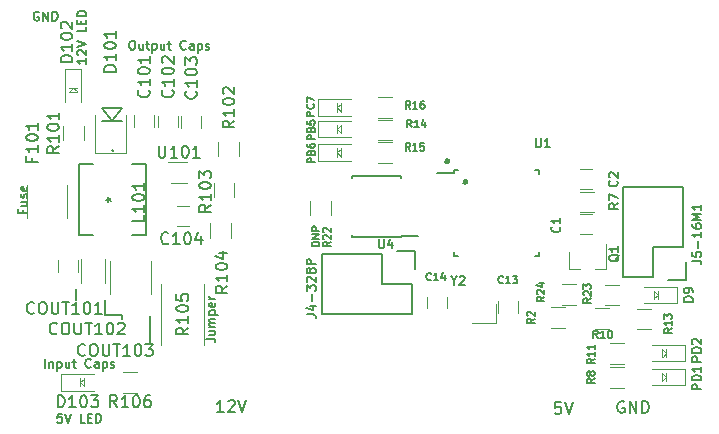
<source format=gto>
G04 #@! TF.GenerationSoftware,KiCad,Pcbnew,(5.1.10-1-10_14)*
G04 #@! TF.CreationDate,2021-10-01T00:48:21-04:00*
G04 #@! TF.ProjectId,dashboard,64617368-626f-4617-9264-2e6b69636164,rev?*
G04 #@! TF.SameCoordinates,Original*
G04 #@! TF.FileFunction,Legend,Top*
G04 #@! TF.FilePolarity,Positive*
%FSLAX46Y46*%
G04 Gerber Fmt 4.6, Leading zero omitted, Abs format (unit mm)*
G04 Created by KiCad (PCBNEW (5.1.10-1-10_14)) date 2021-10-01 00:48:21*
%MOMM*%
%LPD*%
G01*
G04 APERTURE LIST*
%ADD10C,0.150000*%
%ADD11C,0.190500*%
%ADD12C,0.158750*%
%ADD13C,0.120000*%
%ADD14C,0.100000*%
%ADD15C,0.500000*%
%ADD16C,0.200000*%
%ADD17C,0.152400*%
G04 APERTURE END LIST*
D10*
X32085280Y-55199280D02*
X32085280Y-54264560D01*
X34574480Y-56489600D02*
X34574480Y-55199280D01*
X36022280Y-56489600D02*
X34574480Y-56489600D01*
X36022280Y-56875680D02*
X36022280Y-56489600D01*
X38369240Y-58801000D02*
X38369240Y-56555640D01*
D11*
X43174194Y-58536840D02*
X43718480Y-58536840D01*
X43827337Y-58573125D01*
X43899908Y-58645697D01*
X43936194Y-58754554D01*
X43936194Y-58827125D01*
X43428194Y-57847411D02*
X43936194Y-57847411D01*
X43428194Y-58173982D02*
X43827337Y-58173982D01*
X43899908Y-58137697D01*
X43936194Y-58065125D01*
X43936194Y-57956268D01*
X43899908Y-57883697D01*
X43863622Y-57847411D01*
X43936194Y-57484554D02*
X43428194Y-57484554D01*
X43500765Y-57484554D02*
X43464480Y-57448268D01*
X43428194Y-57375697D01*
X43428194Y-57266840D01*
X43464480Y-57194268D01*
X43537051Y-57157982D01*
X43936194Y-57157982D01*
X43537051Y-57157982D02*
X43464480Y-57121697D01*
X43428194Y-57049125D01*
X43428194Y-56940268D01*
X43464480Y-56867697D01*
X43537051Y-56831411D01*
X43936194Y-56831411D01*
X43428194Y-56468554D02*
X44190194Y-56468554D01*
X43464480Y-56468554D02*
X43428194Y-56395982D01*
X43428194Y-56250840D01*
X43464480Y-56178268D01*
X43500765Y-56141982D01*
X43573337Y-56105697D01*
X43791051Y-56105697D01*
X43863622Y-56141982D01*
X43899908Y-56178268D01*
X43936194Y-56250840D01*
X43936194Y-56395982D01*
X43899908Y-56468554D01*
X43899908Y-55488840D02*
X43936194Y-55561411D01*
X43936194Y-55706554D01*
X43899908Y-55779125D01*
X43827337Y-55815411D01*
X43537051Y-55815411D01*
X43464480Y-55779125D01*
X43428194Y-55706554D01*
X43428194Y-55561411D01*
X43464480Y-55488840D01*
X43537051Y-55452554D01*
X43609622Y-55452554D01*
X43682194Y-55815411D01*
X43936194Y-55125982D02*
X43428194Y-55125982D01*
X43573337Y-55125982D02*
X43500765Y-55089697D01*
X43464480Y-55053411D01*
X43428194Y-54980840D01*
X43428194Y-54908268D01*
X28974868Y-30840680D02*
X28902297Y-30804394D01*
X28793440Y-30804394D01*
X28684582Y-30840680D01*
X28612011Y-30913251D01*
X28575725Y-30985822D01*
X28539440Y-31130965D01*
X28539440Y-31239822D01*
X28575725Y-31384965D01*
X28612011Y-31457537D01*
X28684582Y-31530108D01*
X28793440Y-31566394D01*
X28866011Y-31566394D01*
X28974868Y-31530108D01*
X29011154Y-31493822D01*
X29011154Y-31239822D01*
X28866011Y-31239822D01*
X29337725Y-31566394D02*
X29337725Y-30804394D01*
X29773154Y-31566394D01*
X29773154Y-30804394D01*
X30136011Y-31566394D02*
X30136011Y-30804394D01*
X30317440Y-30804394D01*
X30426297Y-30840680D01*
X30498868Y-30913251D01*
X30535154Y-30985822D01*
X30571440Y-31130965D01*
X30571440Y-31239822D01*
X30535154Y-31384965D01*
X30498868Y-31457537D01*
X30426297Y-31530108D01*
X30317440Y-31566394D01*
X30136011Y-31566394D01*
X29504640Y-60959274D02*
X29504640Y-60197274D01*
X29867497Y-60451274D02*
X29867497Y-60959274D01*
X29867497Y-60523845D02*
X29903782Y-60487560D01*
X29976354Y-60451274D01*
X30085211Y-60451274D01*
X30157782Y-60487560D01*
X30194068Y-60560131D01*
X30194068Y-60959274D01*
X30556925Y-60451274D02*
X30556925Y-61213274D01*
X30556925Y-60487560D02*
X30629497Y-60451274D01*
X30774640Y-60451274D01*
X30847211Y-60487560D01*
X30883497Y-60523845D01*
X30919782Y-60596417D01*
X30919782Y-60814131D01*
X30883497Y-60886702D01*
X30847211Y-60922988D01*
X30774640Y-60959274D01*
X30629497Y-60959274D01*
X30556925Y-60922988D01*
X31572925Y-60451274D02*
X31572925Y-60959274D01*
X31246354Y-60451274D02*
X31246354Y-60850417D01*
X31282640Y-60922988D01*
X31355211Y-60959274D01*
X31464068Y-60959274D01*
X31536640Y-60922988D01*
X31572925Y-60886702D01*
X31826925Y-60451274D02*
X32117211Y-60451274D01*
X31935782Y-60197274D02*
X31935782Y-60850417D01*
X31972068Y-60922988D01*
X32044640Y-60959274D01*
X32117211Y-60959274D01*
X33387211Y-60886702D02*
X33350925Y-60922988D01*
X33242068Y-60959274D01*
X33169497Y-60959274D01*
X33060640Y-60922988D01*
X32988068Y-60850417D01*
X32951782Y-60777845D01*
X32915497Y-60632702D01*
X32915497Y-60523845D01*
X32951782Y-60378702D01*
X32988068Y-60306131D01*
X33060640Y-60233560D01*
X33169497Y-60197274D01*
X33242068Y-60197274D01*
X33350925Y-60233560D01*
X33387211Y-60269845D01*
X34040354Y-60959274D02*
X34040354Y-60560131D01*
X34004068Y-60487560D01*
X33931497Y-60451274D01*
X33786354Y-60451274D01*
X33713782Y-60487560D01*
X34040354Y-60922988D02*
X33967782Y-60959274D01*
X33786354Y-60959274D01*
X33713782Y-60922988D01*
X33677497Y-60850417D01*
X33677497Y-60777845D01*
X33713782Y-60705274D01*
X33786354Y-60668988D01*
X33967782Y-60668988D01*
X34040354Y-60632702D01*
X34403211Y-60451274D02*
X34403211Y-61213274D01*
X34403211Y-60487560D02*
X34475782Y-60451274D01*
X34620925Y-60451274D01*
X34693497Y-60487560D01*
X34729782Y-60523845D01*
X34766068Y-60596417D01*
X34766068Y-60814131D01*
X34729782Y-60886702D01*
X34693497Y-60922988D01*
X34620925Y-60959274D01*
X34475782Y-60959274D01*
X34403211Y-60922988D01*
X35056354Y-60922988D02*
X35128925Y-60959274D01*
X35274068Y-60959274D01*
X35346640Y-60922988D01*
X35382925Y-60850417D01*
X35382925Y-60814131D01*
X35346640Y-60741560D01*
X35274068Y-60705274D01*
X35165211Y-60705274D01*
X35092640Y-60668988D01*
X35056354Y-60596417D01*
X35056354Y-60560131D01*
X35092640Y-60487560D01*
X35165211Y-60451274D01*
X35274068Y-60451274D01*
X35346640Y-60487560D01*
X30930668Y-64840394D02*
X30567811Y-64840394D01*
X30531525Y-65203251D01*
X30567811Y-65166965D01*
X30640382Y-65130680D01*
X30821811Y-65130680D01*
X30894382Y-65166965D01*
X30930668Y-65203251D01*
X30966954Y-65275822D01*
X30966954Y-65457251D01*
X30930668Y-65529822D01*
X30894382Y-65566108D01*
X30821811Y-65602394D01*
X30640382Y-65602394D01*
X30567811Y-65566108D01*
X30531525Y-65529822D01*
X31184668Y-64840394D02*
X31438668Y-65602394D01*
X31692668Y-64840394D01*
X32890097Y-65602394D02*
X32527240Y-65602394D01*
X32527240Y-64840394D01*
X33144097Y-65203251D02*
X33398097Y-65203251D01*
X33506954Y-65602394D02*
X33144097Y-65602394D01*
X33144097Y-64840394D01*
X33506954Y-64840394D01*
X33833525Y-65602394D02*
X33833525Y-64840394D01*
X34014954Y-64840394D01*
X34123811Y-64876680D01*
X34196382Y-64949251D01*
X34232668Y-65021822D01*
X34268954Y-65166965D01*
X34268954Y-65275822D01*
X34232668Y-65420965D01*
X34196382Y-65493537D01*
X34123811Y-65566108D01*
X34014954Y-65602394D01*
X33833525Y-65602394D01*
X27601091Y-47637337D02*
X27601091Y-47891337D01*
X28000234Y-47891337D02*
X27238234Y-47891337D01*
X27238234Y-47528480D01*
X27492234Y-46911622D02*
X28000234Y-46911622D01*
X27492234Y-47238194D02*
X27891377Y-47238194D01*
X27963948Y-47201908D01*
X28000234Y-47129337D01*
X28000234Y-47020480D01*
X27963948Y-46947908D01*
X27927662Y-46911622D01*
X27963948Y-46585051D02*
X28000234Y-46512480D01*
X28000234Y-46367337D01*
X27963948Y-46294765D01*
X27891377Y-46258480D01*
X27855091Y-46258480D01*
X27782520Y-46294765D01*
X27746234Y-46367337D01*
X27746234Y-46476194D01*
X27709948Y-46548765D01*
X27637377Y-46585051D01*
X27601091Y-46585051D01*
X27528520Y-46548765D01*
X27492234Y-46476194D01*
X27492234Y-46367337D01*
X27528520Y-46294765D01*
X27963948Y-45641622D02*
X28000234Y-45714194D01*
X28000234Y-45859337D01*
X27963948Y-45931908D01*
X27891377Y-45968194D01*
X27601091Y-45968194D01*
X27528520Y-45931908D01*
X27492234Y-45859337D01*
X27492234Y-45714194D01*
X27528520Y-45641622D01*
X27601091Y-45605337D01*
X27673662Y-45605337D01*
X27746234Y-45968194D01*
X36819114Y-33258034D02*
X36964257Y-33258034D01*
X37036828Y-33294320D01*
X37109400Y-33366891D01*
X37145685Y-33512034D01*
X37145685Y-33766034D01*
X37109400Y-33911177D01*
X37036828Y-33983748D01*
X36964257Y-34020034D01*
X36819114Y-34020034D01*
X36746542Y-33983748D01*
X36673971Y-33911177D01*
X36637685Y-33766034D01*
X36637685Y-33512034D01*
X36673971Y-33366891D01*
X36746542Y-33294320D01*
X36819114Y-33258034D01*
X37798828Y-33512034D02*
X37798828Y-34020034D01*
X37472257Y-33512034D02*
X37472257Y-33911177D01*
X37508542Y-33983748D01*
X37581114Y-34020034D01*
X37689971Y-34020034D01*
X37762542Y-33983748D01*
X37798828Y-33947462D01*
X38052828Y-33512034D02*
X38343114Y-33512034D01*
X38161685Y-33258034D02*
X38161685Y-33911177D01*
X38197971Y-33983748D01*
X38270542Y-34020034D01*
X38343114Y-34020034D01*
X38597114Y-33512034D02*
X38597114Y-34274034D01*
X38597114Y-33548320D02*
X38669685Y-33512034D01*
X38814828Y-33512034D01*
X38887400Y-33548320D01*
X38923685Y-33584605D01*
X38959971Y-33657177D01*
X38959971Y-33874891D01*
X38923685Y-33947462D01*
X38887400Y-33983748D01*
X38814828Y-34020034D01*
X38669685Y-34020034D01*
X38597114Y-33983748D01*
X39613114Y-33512034D02*
X39613114Y-34020034D01*
X39286542Y-33512034D02*
X39286542Y-33911177D01*
X39322828Y-33983748D01*
X39395400Y-34020034D01*
X39504257Y-34020034D01*
X39576828Y-33983748D01*
X39613114Y-33947462D01*
X39867114Y-33512034D02*
X40157400Y-33512034D01*
X39975971Y-33258034D02*
X39975971Y-33911177D01*
X40012257Y-33983748D01*
X40084828Y-34020034D01*
X40157400Y-34020034D01*
X41427400Y-33947462D02*
X41391114Y-33983748D01*
X41282257Y-34020034D01*
X41209685Y-34020034D01*
X41100828Y-33983748D01*
X41028257Y-33911177D01*
X40991971Y-33838605D01*
X40955685Y-33693462D01*
X40955685Y-33584605D01*
X40991971Y-33439462D01*
X41028257Y-33366891D01*
X41100828Y-33294320D01*
X41209685Y-33258034D01*
X41282257Y-33258034D01*
X41391114Y-33294320D01*
X41427400Y-33330605D01*
X42080542Y-34020034D02*
X42080542Y-33620891D01*
X42044257Y-33548320D01*
X41971685Y-33512034D01*
X41826542Y-33512034D01*
X41753971Y-33548320D01*
X42080542Y-33983748D02*
X42007971Y-34020034D01*
X41826542Y-34020034D01*
X41753971Y-33983748D01*
X41717685Y-33911177D01*
X41717685Y-33838605D01*
X41753971Y-33766034D01*
X41826542Y-33729748D01*
X42007971Y-33729748D01*
X42080542Y-33693462D01*
X42443400Y-33512034D02*
X42443400Y-34274034D01*
X42443400Y-33548320D02*
X42515971Y-33512034D01*
X42661114Y-33512034D01*
X42733685Y-33548320D01*
X42769971Y-33584605D01*
X42806257Y-33657177D01*
X42806257Y-33874891D01*
X42769971Y-33947462D01*
X42733685Y-33983748D01*
X42661114Y-34020034D01*
X42515971Y-34020034D01*
X42443400Y-33983748D01*
X43096542Y-33983748D02*
X43169114Y-34020034D01*
X43314257Y-34020034D01*
X43386828Y-33983748D01*
X43423114Y-33911177D01*
X43423114Y-33874891D01*
X43386828Y-33802320D01*
X43314257Y-33766034D01*
X43205400Y-33766034D01*
X43132828Y-33729748D01*
X43096542Y-33657177D01*
X43096542Y-33620891D01*
X43132828Y-33548320D01*
X43205400Y-33512034D01*
X43314257Y-33512034D01*
X43386828Y-33548320D01*
X32983714Y-34780582D02*
X32983714Y-35216011D01*
X32983714Y-34998297D02*
X32221714Y-34998297D01*
X32330571Y-35070868D01*
X32403142Y-35143440D01*
X32439428Y-35216011D01*
X32294285Y-34490297D02*
X32258000Y-34454011D01*
X32221714Y-34381440D01*
X32221714Y-34200011D01*
X32258000Y-34127440D01*
X32294285Y-34091154D01*
X32366857Y-34054868D01*
X32439428Y-34054868D01*
X32548285Y-34091154D01*
X32983714Y-34526582D01*
X32983714Y-34054868D01*
X32221714Y-33837154D02*
X32983714Y-33583154D01*
X32221714Y-33329154D01*
X32983714Y-32131725D02*
X32983714Y-32494582D01*
X32221714Y-32494582D01*
X32584571Y-31877725D02*
X32584571Y-31623725D01*
X32983714Y-31514868D02*
X32983714Y-31877725D01*
X32221714Y-31877725D01*
X32221714Y-31514868D01*
X32983714Y-31188297D02*
X32221714Y-31188297D01*
X32221714Y-31006868D01*
X32258000Y-30898011D01*
X32330571Y-30825440D01*
X32403142Y-30789154D01*
X32548285Y-30752868D01*
X32657142Y-30752868D01*
X32802285Y-30789154D01*
X32874857Y-30825440D01*
X32947428Y-30898011D01*
X32983714Y-31006868D01*
X32983714Y-31188297D01*
D10*
X52283601Y-39645650D02*
X51648601Y-39645650D01*
X51648601Y-39403745D01*
X51678840Y-39343269D01*
X51709078Y-39313031D01*
X51769554Y-39282793D01*
X51860268Y-39282793D01*
X51920744Y-39313031D01*
X51950982Y-39343269D01*
X51981220Y-39403745D01*
X51981220Y-39645650D01*
X52223125Y-38647793D02*
X52253363Y-38678031D01*
X52283601Y-38768745D01*
X52283601Y-38829221D01*
X52253363Y-38919936D01*
X52192887Y-38980412D01*
X52132411Y-39010650D01*
X52011459Y-39040888D01*
X51920744Y-39040888D01*
X51799792Y-39010650D01*
X51739316Y-38980412D01*
X51678840Y-38919936D01*
X51648601Y-38829221D01*
X51648601Y-38768745D01*
X51678840Y-38678031D01*
X51709078Y-38647793D01*
X51648601Y-38436126D02*
X51648601Y-38012793D01*
X52283601Y-38284936D01*
X52347101Y-41614150D02*
X51712101Y-41614150D01*
X51712101Y-41372245D01*
X51742340Y-41311769D01*
X51772578Y-41281531D01*
X51833054Y-41251293D01*
X51923768Y-41251293D01*
X51984244Y-41281531D01*
X52014482Y-41311769D01*
X52044720Y-41372245D01*
X52044720Y-41614150D01*
X52014482Y-40767483D02*
X52044720Y-40676769D01*
X52074959Y-40646531D01*
X52135435Y-40616293D01*
X52226149Y-40616293D01*
X52286625Y-40646531D01*
X52316863Y-40676769D01*
X52347101Y-40737245D01*
X52347101Y-40979150D01*
X51712101Y-40979150D01*
X51712101Y-40767483D01*
X51742340Y-40707007D01*
X51772578Y-40676769D01*
X51833054Y-40646531D01*
X51893530Y-40646531D01*
X51954006Y-40676769D01*
X51984244Y-40707007D01*
X52014482Y-40767483D01*
X52014482Y-40979150D01*
X51712101Y-40041769D02*
X51712101Y-40344150D01*
X52014482Y-40374388D01*
X51984244Y-40344150D01*
X51954006Y-40283674D01*
X51954006Y-40132483D01*
X51984244Y-40072007D01*
X52014482Y-40041769D01*
X52074959Y-40011531D01*
X52226149Y-40011531D01*
X52286625Y-40041769D01*
X52316863Y-40072007D01*
X52347101Y-40132483D01*
X52347101Y-40283674D01*
X52316863Y-40344150D01*
X52286625Y-40374388D01*
X52347101Y-43582650D02*
X51712101Y-43582650D01*
X51712101Y-43340745D01*
X51742340Y-43280269D01*
X51772578Y-43250031D01*
X51833054Y-43219793D01*
X51923768Y-43219793D01*
X51984244Y-43250031D01*
X52014482Y-43280269D01*
X52044720Y-43340745D01*
X52044720Y-43582650D01*
X52014482Y-42735983D02*
X52044720Y-42645269D01*
X52074959Y-42615031D01*
X52135435Y-42584793D01*
X52226149Y-42584793D01*
X52286625Y-42615031D01*
X52316863Y-42645269D01*
X52347101Y-42705745D01*
X52347101Y-42947650D01*
X51712101Y-42947650D01*
X51712101Y-42735983D01*
X51742340Y-42675507D01*
X51772578Y-42645269D01*
X51833054Y-42615031D01*
X51893530Y-42615031D01*
X51954006Y-42645269D01*
X51984244Y-42675507D01*
X52014482Y-42735983D01*
X52014482Y-42947650D01*
X51712101Y-42040507D02*
X51712101Y-42161460D01*
X51742340Y-42221936D01*
X51772578Y-42252174D01*
X51863292Y-42312650D01*
X51984244Y-42342888D01*
X52226149Y-42342888D01*
X52286625Y-42312650D01*
X52316863Y-42282412D01*
X52347101Y-42221936D01*
X52347101Y-42100983D01*
X52316863Y-42040507D01*
X52286625Y-42010269D01*
X52226149Y-41980031D01*
X52074959Y-41980031D01*
X52014482Y-42010269D01*
X51984244Y-42040507D01*
X51954006Y-42100983D01*
X51954006Y-42221936D01*
X51984244Y-42282412D01*
X52014482Y-42312650D01*
X52074959Y-42342888D01*
X85043554Y-62789888D02*
X84281554Y-62789888D01*
X84281554Y-62499602D01*
X84317840Y-62427031D01*
X84354125Y-62390745D01*
X84426697Y-62354460D01*
X84535554Y-62354460D01*
X84608125Y-62390745D01*
X84644411Y-62427031D01*
X84680697Y-62499602D01*
X84680697Y-62789888D01*
X85043554Y-62027888D02*
X84281554Y-62027888D01*
X84281554Y-61846460D01*
X84317840Y-61737602D01*
X84390411Y-61665031D01*
X84462982Y-61628745D01*
X84608125Y-61592460D01*
X84716982Y-61592460D01*
X84862125Y-61628745D01*
X84934697Y-61665031D01*
X85007268Y-61737602D01*
X85043554Y-61846460D01*
X85043554Y-62027888D01*
X85043554Y-60866745D02*
X85043554Y-61302174D01*
X85043554Y-61084460D02*
X84281554Y-61084460D01*
X84390411Y-61157031D01*
X84462982Y-61229602D01*
X84499268Y-61302174D01*
X85043554Y-60440388D02*
X84281554Y-60440388D01*
X84281554Y-60150102D01*
X84317840Y-60077531D01*
X84354125Y-60041245D01*
X84426697Y-60004960D01*
X84535554Y-60004960D01*
X84608125Y-60041245D01*
X84644411Y-60077531D01*
X84680697Y-60150102D01*
X84680697Y-60440388D01*
X85043554Y-59678388D02*
X84281554Y-59678388D01*
X84281554Y-59496960D01*
X84317840Y-59388102D01*
X84390411Y-59315531D01*
X84462982Y-59279245D01*
X84608125Y-59242960D01*
X84716982Y-59242960D01*
X84862125Y-59279245D01*
X84934697Y-59315531D01*
X85007268Y-59388102D01*
X85043554Y-59496960D01*
X85043554Y-59678388D01*
X84354125Y-58952674D02*
X84317840Y-58916388D01*
X84281554Y-58843817D01*
X84281554Y-58662388D01*
X84317840Y-58589817D01*
X84354125Y-58553531D01*
X84426697Y-58517245D01*
X84499268Y-58517245D01*
X84608125Y-58553531D01*
X85043554Y-58988960D01*
X85043554Y-58517245D01*
D12*
X52728101Y-50661388D02*
X52093101Y-50661388D01*
X52093101Y-50510198D01*
X52123340Y-50419483D01*
X52183816Y-50359007D01*
X52244292Y-50328769D01*
X52365244Y-50298531D01*
X52455959Y-50298531D01*
X52576911Y-50328769D01*
X52637387Y-50359007D01*
X52697863Y-50419483D01*
X52728101Y-50510198D01*
X52728101Y-50661388D01*
X52728101Y-50026388D02*
X52093101Y-50026388D01*
X52728101Y-49663531D01*
X52093101Y-49663531D01*
X52728101Y-49361150D02*
X52093101Y-49361150D01*
X52093101Y-49119245D01*
X52123340Y-49058769D01*
X52153578Y-49028531D01*
X52214054Y-48998293D01*
X52304768Y-48998293D01*
X52365244Y-49028531D01*
X52395482Y-49058769D01*
X52425720Y-49119245D01*
X52425720Y-49361150D01*
D13*
X51929140Y-48044660D02*
X51929140Y-46844660D01*
X53689140Y-46844660D02*
X53689140Y-48044660D01*
X42927360Y-53874360D02*
X42927360Y-59074360D01*
X39287360Y-59074360D02*
X39287360Y-53874360D01*
X75800840Y-44168960D02*
X74800840Y-44168960D01*
X74800840Y-45868960D02*
X75800840Y-45868960D01*
D10*
X78417420Y-50716180D02*
X78417420Y-53256180D01*
X78417420Y-53256180D02*
X80957420Y-53256180D01*
X83777420Y-53536180D02*
X83777420Y-51986180D01*
X78417420Y-45636180D02*
X78417420Y-50716180D01*
X83497420Y-45636180D02*
X78417420Y-45636180D01*
X80957420Y-50716180D02*
X83497420Y-50716180D01*
X80957420Y-53256180D02*
X80957420Y-50716180D01*
X83777420Y-53536180D02*
X82227420Y-53536180D01*
X83497420Y-50716180D02*
X83497420Y-45636180D01*
D13*
X76923340Y-53917960D02*
X78123340Y-53917960D01*
X78123340Y-55677960D02*
X76923340Y-55677960D01*
X74764340Y-46043960D02*
X75964340Y-46043960D01*
X75964340Y-47803960D02*
X74764340Y-47803960D01*
D14*
X67661540Y-57198060D02*
X67661540Y-55598060D01*
X67661540Y-57198060D02*
X65661540Y-57198060D01*
D13*
X61814340Y-54932960D02*
X61814340Y-55932960D01*
X63514340Y-55932960D02*
X63514340Y-54932960D01*
D10*
X59684740Y-49867260D02*
X59684740Y-49817260D01*
X55534740Y-49867260D02*
X55534740Y-49722260D01*
X55534740Y-44717260D02*
X55534740Y-44862260D01*
X59684740Y-44717260D02*
X59684740Y-44862260D01*
X59684740Y-49867260D02*
X55534740Y-49867260D01*
X59684740Y-44717260D02*
X55534740Y-44717260D01*
X59684740Y-49817260D02*
X61084740Y-49817260D01*
D13*
X77234340Y-57646460D02*
X76034340Y-57646460D01*
X76034340Y-55886460D02*
X77234340Y-55886460D01*
D15*
X65115440Y-45222160D02*
G75*
G03*
X65115440Y-45222160I-50800J0D01*
G01*
X63566040Y-43469560D02*
G75*
G03*
X63566040Y-43469560I-50800J0D01*
G01*
D10*
X64106640Y-44238760D02*
X64106640Y-44463760D01*
X71356640Y-44238760D02*
X71356640Y-44563760D01*
X71356640Y-51488760D02*
X71356640Y-51163760D01*
X64106640Y-51488760D02*
X64106640Y-51163760D01*
X64106640Y-44238760D02*
X64431640Y-44238760D01*
X64106640Y-51488760D02*
X64431640Y-51488760D01*
X71356640Y-51488760D02*
X71031640Y-51488760D01*
X71356640Y-44238760D02*
X71031640Y-44238760D01*
X64106640Y-44463760D02*
X62681640Y-44463760D01*
D13*
X74440340Y-55614460D02*
X73240340Y-55614460D01*
X73240340Y-53854460D02*
X74440340Y-53854460D01*
X75775440Y-47978960D02*
X74775440Y-47978960D01*
X74775440Y-49678960D02*
X75775440Y-49678960D01*
X67846840Y-55313960D02*
X67846840Y-56313960D01*
X69546840Y-56313960D02*
X69546840Y-55313960D01*
X83671820Y-62457560D02*
X80871820Y-62457560D01*
X83671820Y-61057560D02*
X80871820Y-61057560D01*
X83671820Y-62457560D02*
X83671820Y-61057560D01*
D14*
X82071820Y-61757560D02*
X81771820Y-62057560D01*
X81771820Y-62057560D02*
X81721820Y-62107560D01*
X81721820Y-62107560D02*
X81721820Y-61457560D01*
X81721820Y-61407560D02*
X81721820Y-61457560D01*
X81721820Y-61457560D02*
X81721820Y-61407560D01*
X81721820Y-61407560D02*
X82071820Y-61757560D01*
X82071820Y-61757560D02*
X82071820Y-62107560D01*
X82071820Y-61407560D02*
X82071820Y-61757560D01*
X82114820Y-59375560D02*
X82114820Y-59725560D01*
X82114820Y-59725560D02*
X82114820Y-60075560D01*
X81764820Y-59375560D02*
X82114820Y-59725560D01*
X81764820Y-59425560D02*
X81764820Y-59375560D01*
X81764820Y-59375560D02*
X81764820Y-59425560D01*
X81764820Y-60075560D02*
X81764820Y-59425560D01*
X81814820Y-60025560D02*
X81764820Y-60075560D01*
X82114820Y-59725560D02*
X81814820Y-60025560D01*
D13*
X83714820Y-60425560D02*
X83714820Y-59025560D01*
X83714820Y-59025560D02*
X80914820Y-59025560D01*
X83714820Y-60425560D02*
X80914820Y-60425560D01*
D14*
X54247440Y-41101760D02*
X54247440Y-40751760D01*
X54247440Y-40751760D02*
X54247440Y-40401760D01*
X54597440Y-41101760D02*
X54247440Y-40751760D01*
X54597440Y-41051760D02*
X54597440Y-41101760D01*
X54597440Y-41101760D02*
X54597440Y-41051760D01*
X54597440Y-40401760D02*
X54597440Y-41051760D01*
X54547440Y-40451760D02*
X54597440Y-40401760D01*
X54247440Y-40751760D02*
X54547440Y-40451760D01*
D13*
X52647440Y-40051760D02*
X52647440Y-41451760D01*
X52647440Y-41451760D02*
X55447440Y-41451760D01*
X52647440Y-40051760D02*
X55447440Y-40051760D01*
X52622040Y-42032960D02*
X55422040Y-42032960D01*
X52622040Y-43432960D02*
X55422040Y-43432960D01*
X52622040Y-42032960D02*
X52622040Y-43432960D01*
D14*
X54222040Y-42732960D02*
X54522040Y-42432960D01*
X54522040Y-42432960D02*
X54572040Y-42382960D01*
X54572040Y-42382960D02*
X54572040Y-43032960D01*
X54572040Y-43082960D02*
X54572040Y-43032960D01*
X54572040Y-43032960D02*
X54572040Y-43082960D01*
X54572040Y-43082960D02*
X54222040Y-42732960D01*
X54222040Y-42732960D02*
X54222040Y-42382960D01*
X54222040Y-43082960D02*
X54222040Y-42732960D01*
D13*
X52622040Y-38222960D02*
X55422040Y-38222960D01*
X52622040Y-39622960D02*
X55422040Y-39622960D01*
X52622040Y-38222960D02*
X52622040Y-39622960D01*
D14*
X54222040Y-38922960D02*
X54522040Y-38622960D01*
X54522040Y-38622960D02*
X54572040Y-38572960D01*
X54572040Y-38572960D02*
X54572040Y-39222960D01*
X54572040Y-39272960D02*
X54572040Y-39222960D01*
X54572040Y-39222960D02*
X54572040Y-39272960D01*
X54572040Y-39272960D02*
X54222040Y-38922960D01*
X54222040Y-38922960D02*
X54222040Y-38572960D01*
X54222040Y-39272960D02*
X54222040Y-38922960D01*
D13*
X83006340Y-55497960D02*
X80206340Y-55497960D01*
X83006340Y-54097960D02*
X80206340Y-54097960D01*
X83006340Y-55497960D02*
X83006340Y-54097960D01*
D14*
X81406340Y-54797960D02*
X81106340Y-55097960D01*
X81106340Y-55097960D02*
X81056340Y-55147960D01*
X81056340Y-55147960D02*
X81056340Y-54497960D01*
X81056340Y-54447960D02*
X81056340Y-54497960D01*
X81056340Y-54497960D02*
X81056340Y-54447960D01*
X81056340Y-54447960D02*
X81406340Y-54797960D01*
X81406340Y-54797960D02*
X81406340Y-55147960D01*
X81406340Y-54447960D02*
X81406340Y-54797960D01*
D10*
X58041540Y-51356260D02*
X52961540Y-51356260D01*
X60861540Y-51076260D02*
X60861540Y-52626260D01*
X60581540Y-53896260D02*
X58041540Y-53896260D01*
X58041540Y-53896260D02*
X58041540Y-51356260D01*
X52961540Y-51356260D02*
X52961540Y-56436260D01*
X52961540Y-56436260D02*
X58041540Y-56436260D01*
X60861540Y-51076260D02*
X59311540Y-51076260D01*
X60581540Y-56436260D02*
X60581540Y-53896260D01*
X58041540Y-56436260D02*
X60581540Y-56436260D01*
D13*
X73847840Y-52636960D02*
X74777840Y-52636960D01*
X77007840Y-52636960D02*
X76077840Y-52636960D01*
X77007840Y-52636960D02*
X77007840Y-50476960D01*
X73847840Y-52636960D02*
X73847840Y-51176960D01*
X77334820Y-60877560D02*
X78534820Y-60877560D01*
X78534820Y-62637560D02*
X77334820Y-62637560D01*
X78534820Y-60605560D02*
X77334820Y-60605560D01*
X77334820Y-58845560D02*
X78534820Y-58845560D01*
X80787840Y-57709960D02*
X79587840Y-57709960D01*
X79587840Y-55949960D02*
X80787840Y-55949960D01*
X57670140Y-39960660D02*
X58870140Y-39960660D01*
X58870140Y-41720660D02*
X57670140Y-41720660D01*
X58870140Y-43625660D02*
X57670140Y-43625660D01*
X57670140Y-41865660D02*
X58870140Y-41865660D01*
X58882840Y-39777560D02*
X57682840Y-39777560D01*
X57682840Y-38017560D02*
X58882840Y-38017560D01*
X72351340Y-55822960D02*
X73551340Y-55822960D01*
X73551340Y-57582960D02*
X72351340Y-57582960D01*
X37062040Y-39576120D02*
X37062040Y-40576120D01*
X38762040Y-40576120D02*
X38762040Y-39576120D01*
X40768640Y-40612440D02*
X40768640Y-39612440D01*
X39068640Y-39612440D02*
X39068640Y-40612440D01*
X41024440Y-39637080D02*
X41024440Y-40637080D01*
X42724440Y-40637080D02*
X42724440Y-39637080D01*
X41693720Y-47272840D02*
X40693720Y-47272840D01*
X40693720Y-48972840D02*
X41693720Y-48972840D01*
X30569800Y-51867180D02*
X30569800Y-52867180D01*
X32269800Y-52867180D02*
X32269800Y-51867180D01*
X32546100Y-51748180D02*
X32546100Y-53748180D01*
X34586100Y-53748180D02*
X34586100Y-51748180D01*
X35018400Y-51933428D02*
X35018400Y-54705932D01*
X38438400Y-51933428D02*
X38438400Y-54705932D01*
D16*
X36039300Y-38990980D02*
X35139300Y-40090980D01*
X34339300Y-38990980D02*
X36039300Y-38990980D01*
X35139300Y-40090980D02*
X34339300Y-38990980D01*
X34339300Y-40090980D02*
X36039300Y-40090980D01*
D13*
X33705800Y-42765980D02*
X36372800Y-42765980D01*
X36372800Y-42765980D02*
X36372800Y-39590980D01*
X33705800Y-42765980D02*
X33705800Y-39590980D01*
X32577000Y-35674980D02*
X32577000Y-38474980D01*
X31177000Y-35674980D02*
X31177000Y-38474980D01*
X32577000Y-35674980D02*
X31177000Y-35674980D01*
D14*
X31877000Y-37274980D02*
X32177000Y-37574980D01*
X32177000Y-37574980D02*
X32227000Y-37624980D01*
X32227000Y-37624980D02*
X31577000Y-37624980D01*
X31527000Y-37624980D02*
X31577000Y-37624980D01*
X31577000Y-37624980D02*
X31527000Y-37624980D01*
X31527000Y-37624980D02*
X31877000Y-37274980D01*
X31877000Y-37274980D02*
X32227000Y-37274980D01*
X31527000Y-37274980D02*
X31877000Y-37274980D01*
X32464400Y-62541900D02*
X32464400Y-62191900D01*
X32464400Y-62191900D02*
X32464400Y-61841900D01*
X32814400Y-62541900D02*
X32464400Y-62191900D01*
X32814400Y-62491900D02*
X32814400Y-62541900D01*
X32814400Y-62541900D02*
X32814400Y-62491900D01*
X32814400Y-61841900D02*
X32814400Y-62491900D01*
X32764400Y-61891900D02*
X32814400Y-61841900D01*
X32464400Y-62191900D02*
X32764400Y-61891900D01*
D13*
X30864400Y-61491900D02*
X30864400Y-62891900D01*
X30864400Y-62891900D02*
X33664400Y-62891900D01*
X30864400Y-61491900D02*
X33664400Y-61491900D01*
X31364500Y-48267032D02*
X31364500Y-45494528D01*
X27944500Y-48267032D02*
X27944500Y-45494528D01*
D17*
X32374840Y-43723560D02*
X32374840Y-49717960D01*
X32374840Y-49717960D02*
X33540700Y-49717960D01*
X38064440Y-49717960D02*
X38064440Y-43723560D01*
X38064440Y-43723560D02*
X36898580Y-43723560D01*
X33540700Y-43723560D02*
X32374840Y-43723560D01*
X36898580Y-49717960D02*
X38064440Y-49717960D01*
X35295840Y-42580560D02*
G75*
G03*
X35295840Y-42580560I-76200J0D01*
G01*
D13*
X32769700Y-40502280D02*
X32769700Y-41702280D01*
X31009700Y-41702280D02*
X31009700Y-40502280D01*
X44164360Y-43018000D02*
X44164360Y-41818000D01*
X45924360Y-41818000D02*
X45924360Y-43018000D01*
X43773200Y-46543520D02*
X43773200Y-45343520D01*
X45533200Y-45343520D02*
X45533200Y-46543520D01*
X45223320Y-48747120D02*
X45223320Y-49947120D01*
X43463320Y-49947120D02*
X43463320Y-48747120D01*
X36118200Y-61311900D02*
X37318200Y-61311900D01*
X37318200Y-63071900D02*
X36118200Y-63071900D01*
X41493200Y-45316980D02*
X40193200Y-45316980D01*
X39943200Y-43516980D02*
X41493200Y-43516980D01*
D10*
X53680601Y-50316674D02*
X53378220Y-50528340D01*
X53680601Y-50679531D02*
X53045601Y-50679531D01*
X53045601Y-50437626D01*
X53075840Y-50377150D01*
X53106078Y-50346912D01*
X53166554Y-50316674D01*
X53257268Y-50316674D01*
X53317744Y-50346912D01*
X53347982Y-50377150D01*
X53378220Y-50437626D01*
X53378220Y-50679531D01*
X53106078Y-50074769D02*
X53075840Y-50044531D01*
X53045601Y-49984055D01*
X53045601Y-49832864D01*
X53075840Y-49772388D01*
X53106078Y-49742150D01*
X53166554Y-49711912D01*
X53227030Y-49711912D01*
X53317744Y-49742150D01*
X53680601Y-50105007D01*
X53680601Y-49711912D01*
X53106078Y-49470007D02*
X53075840Y-49439769D01*
X53045601Y-49379293D01*
X53045601Y-49228102D01*
X53075840Y-49167626D01*
X53106078Y-49137388D01*
X53166554Y-49107150D01*
X53227030Y-49107150D01*
X53317744Y-49137388D01*
X53680601Y-49500245D01*
X53680601Y-49107150D01*
X41635940Y-57562927D02*
X41159750Y-57896260D01*
X41635940Y-58134356D02*
X40635940Y-58134356D01*
X40635940Y-57753403D01*
X40683560Y-57658165D01*
X40731179Y-57610546D01*
X40826417Y-57562927D01*
X40969274Y-57562927D01*
X41064512Y-57610546D01*
X41112131Y-57658165D01*
X41159750Y-57753403D01*
X41159750Y-58134356D01*
X41635940Y-56610546D02*
X41635940Y-57181975D01*
X41635940Y-56896260D02*
X40635940Y-56896260D01*
X40778798Y-56991499D01*
X40874036Y-57086737D01*
X40921655Y-57181975D01*
X40635940Y-55991499D02*
X40635940Y-55896260D01*
X40683560Y-55801022D01*
X40731179Y-55753403D01*
X40826417Y-55705784D01*
X41016893Y-55658165D01*
X41254988Y-55658165D01*
X41445464Y-55705784D01*
X41540702Y-55753403D01*
X41588321Y-55801022D01*
X41635940Y-55896260D01*
X41635940Y-55991499D01*
X41588321Y-56086737D01*
X41540702Y-56134356D01*
X41445464Y-56181975D01*
X41254988Y-56229594D01*
X41016893Y-56229594D01*
X40826417Y-56181975D01*
X40731179Y-56134356D01*
X40683560Y-56086737D01*
X40635940Y-55991499D01*
X40635940Y-54753403D02*
X40635940Y-55229594D01*
X41112131Y-55277213D01*
X41064512Y-55229594D01*
X41016893Y-55134356D01*
X41016893Y-54896260D01*
X41064512Y-54801022D01*
X41112131Y-54753403D01*
X41207369Y-54705784D01*
X41445464Y-54705784D01*
X41540702Y-54753403D01*
X41588321Y-54801022D01*
X41635940Y-54896260D01*
X41635940Y-55134356D01*
X41588321Y-55229594D01*
X41540702Y-55277213D01*
X77922482Y-45145960D02*
X77958768Y-45182245D01*
X77995054Y-45291102D01*
X77995054Y-45363674D01*
X77958768Y-45472531D01*
X77886197Y-45545102D01*
X77813625Y-45581388D01*
X77668482Y-45617674D01*
X77559625Y-45617674D01*
X77414482Y-45581388D01*
X77341911Y-45545102D01*
X77269340Y-45472531D01*
X77233054Y-45363674D01*
X77233054Y-45291102D01*
X77269340Y-45182245D01*
X77305625Y-45145960D01*
X77305625Y-44855674D02*
X77269340Y-44819388D01*
X77233054Y-44746817D01*
X77233054Y-44565388D01*
X77269340Y-44492817D01*
X77305625Y-44456531D01*
X77378197Y-44420245D01*
X77450768Y-44420245D01*
X77559625Y-44456531D01*
X77995054Y-44891960D01*
X77995054Y-44420245D01*
X84291714Y-51906714D02*
X84836000Y-51906714D01*
X84944857Y-51943000D01*
X85017428Y-52015571D01*
X85053714Y-52124428D01*
X85053714Y-52197000D01*
X84291714Y-51181000D02*
X84291714Y-51543857D01*
X84654571Y-51580142D01*
X84618285Y-51543857D01*
X84582000Y-51471285D01*
X84582000Y-51289857D01*
X84618285Y-51217285D01*
X84654571Y-51181000D01*
X84727142Y-51144714D01*
X84908571Y-51144714D01*
X84981142Y-51181000D01*
X85017428Y-51217285D01*
X85053714Y-51289857D01*
X85053714Y-51471285D01*
X85017428Y-51543857D01*
X84981142Y-51580142D01*
X84763428Y-50818142D02*
X84763428Y-50237571D01*
X85053714Y-49475571D02*
X85053714Y-49911000D01*
X85053714Y-49693285D02*
X84291714Y-49693285D01*
X84400571Y-49765857D01*
X84473142Y-49838428D01*
X84509428Y-49911000D01*
X84291714Y-48822428D02*
X84291714Y-48967571D01*
X84328000Y-49040142D01*
X84364285Y-49076428D01*
X84473142Y-49149000D01*
X84618285Y-49185285D01*
X84908571Y-49185285D01*
X84981142Y-49149000D01*
X85017428Y-49112714D01*
X85053714Y-49040142D01*
X85053714Y-48895000D01*
X85017428Y-48822428D01*
X84981142Y-48786142D01*
X84908571Y-48749857D01*
X84727142Y-48749857D01*
X84654571Y-48786142D01*
X84618285Y-48822428D01*
X84582000Y-48895000D01*
X84582000Y-49040142D01*
X84618285Y-49112714D01*
X84654571Y-49149000D01*
X84727142Y-49185285D01*
X85053714Y-48423285D02*
X84291714Y-48423285D01*
X84836000Y-48169285D01*
X84291714Y-47915285D01*
X85053714Y-47915285D01*
X85053714Y-47153285D02*
X85053714Y-47588714D01*
X85053714Y-47371000D02*
X84291714Y-47371000D01*
X84400571Y-47443571D01*
X84473142Y-47516142D01*
X84509428Y-47588714D01*
X75715101Y-55079174D02*
X75412720Y-55290840D01*
X75715101Y-55442031D02*
X75080101Y-55442031D01*
X75080101Y-55200126D01*
X75110340Y-55139650D01*
X75140578Y-55109412D01*
X75201054Y-55079174D01*
X75291768Y-55079174D01*
X75352244Y-55109412D01*
X75382482Y-55139650D01*
X75412720Y-55200126D01*
X75412720Y-55442031D01*
X75140578Y-54837269D02*
X75110340Y-54807031D01*
X75080101Y-54746555D01*
X75080101Y-54595364D01*
X75110340Y-54534888D01*
X75140578Y-54504650D01*
X75201054Y-54474412D01*
X75261530Y-54474412D01*
X75352244Y-54504650D01*
X75715101Y-54867507D01*
X75715101Y-54474412D01*
X75080101Y-54262745D02*
X75080101Y-53869650D01*
X75322006Y-54081317D01*
X75322006Y-53990602D01*
X75352244Y-53930126D01*
X75382482Y-53899888D01*
X75442959Y-53869650D01*
X75594149Y-53869650D01*
X75654625Y-53899888D01*
X75684863Y-53930126D01*
X75715101Y-53990602D01*
X75715101Y-54172031D01*
X75684863Y-54232507D01*
X75654625Y-54262745D01*
X78058554Y-47050960D02*
X77695697Y-47304960D01*
X78058554Y-47486388D02*
X77296554Y-47486388D01*
X77296554Y-47196102D01*
X77332840Y-47123531D01*
X77369125Y-47087245D01*
X77441697Y-47050960D01*
X77550554Y-47050960D01*
X77623125Y-47087245D01*
X77659411Y-47123531D01*
X77695697Y-47196102D01*
X77695697Y-47486388D01*
X77296554Y-46796960D02*
X77296554Y-46288960D01*
X78058554Y-46615531D01*
X64142982Y-53573317D02*
X64142982Y-53936174D01*
X63888982Y-53174174D02*
X64142982Y-53573317D01*
X64396982Y-53174174D01*
X64614697Y-53246745D02*
X64650982Y-53210460D01*
X64723554Y-53174174D01*
X64904982Y-53174174D01*
X64977554Y-53210460D01*
X65013840Y-53246745D01*
X65050125Y-53319317D01*
X65050125Y-53391888D01*
X65013840Y-53500745D01*
X64578411Y-53936174D01*
X65050125Y-53936174D01*
X62192625Y-53500745D02*
X62162387Y-53530983D01*
X62071673Y-53561221D01*
X62011197Y-53561221D01*
X61920482Y-53530983D01*
X61860006Y-53470507D01*
X61829768Y-53410031D01*
X61799530Y-53289079D01*
X61799530Y-53198364D01*
X61829768Y-53077412D01*
X61860006Y-53016936D01*
X61920482Y-52956460D01*
X62011197Y-52926221D01*
X62071673Y-52926221D01*
X62162387Y-52956460D01*
X62192625Y-52986698D01*
X62797387Y-53561221D02*
X62434530Y-53561221D01*
X62615959Y-53561221D02*
X62615959Y-52926221D01*
X62555482Y-53016936D01*
X62495006Y-53077412D01*
X62434530Y-53107650D01*
X63341673Y-53137888D02*
X63341673Y-53561221D01*
X63190482Y-52895983D02*
X63039292Y-53349555D01*
X63432387Y-53349555D01*
X57765768Y-50062674D02*
X57765768Y-50679531D01*
X57802054Y-50752102D01*
X57838340Y-50788388D01*
X57910911Y-50824674D01*
X58056054Y-50824674D01*
X58128625Y-50788388D01*
X58164911Y-50752102D01*
X58201197Y-50679531D01*
X58201197Y-50062674D01*
X58890625Y-50316674D02*
X58890625Y-50824674D01*
X58709197Y-50026388D02*
X58527768Y-50570674D01*
X58999482Y-50570674D01*
X76289625Y-58450721D02*
X76077959Y-58148340D01*
X75926768Y-58450721D02*
X75926768Y-57815721D01*
X76168673Y-57815721D01*
X76229149Y-57845960D01*
X76259387Y-57876198D01*
X76289625Y-57936674D01*
X76289625Y-58027388D01*
X76259387Y-58087864D01*
X76229149Y-58118102D01*
X76168673Y-58148340D01*
X75926768Y-58148340D01*
X76894387Y-58450721D02*
X76531530Y-58450721D01*
X76712959Y-58450721D02*
X76712959Y-57815721D01*
X76652482Y-57906436D01*
X76592006Y-57966912D01*
X76531530Y-57997150D01*
X77287482Y-57815721D02*
X77347959Y-57815721D01*
X77408435Y-57845960D01*
X77438673Y-57876198D01*
X77468911Y-57936674D01*
X77499149Y-58057626D01*
X77499149Y-58208817D01*
X77468911Y-58329769D01*
X77438673Y-58390245D01*
X77408435Y-58420483D01*
X77347959Y-58450721D01*
X77287482Y-58450721D01*
X77227006Y-58420483D01*
X77196768Y-58390245D01*
X77166530Y-58329769D01*
X77136292Y-58208817D01*
X77136292Y-58057626D01*
X77166530Y-57936674D01*
X77196768Y-57876198D01*
X77227006Y-57845960D01*
X77287482Y-57815721D01*
X71037268Y-41553674D02*
X71037268Y-42170531D01*
X71073554Y-42243102D01*
X71109840Y-42279388D01*
X71182411Y-42315674D01*
X71327554Y-42315674D01*
X71400125Y-42279388D01*
X71436411Y-42243102D01*
X71472697Y-42170531D01*
X71472697Y-41553674D01*
X72234697Y-42315674D02*
X71799268Y-42315674D01*
X72016982Y-42315674D02*
X72016982Y-41553674D01*
X71944411Y-41662531D01*
X71871840Y-41735102D01*
X71799268Y-41771388D01*
X71778101Y-54952174D02*
X71475720Y-55163840D01*
X71778101Y-55315031D02*
X71143101Y-55315031D01*
X71143101Y-55073126D01*
X71173340Y-55012650D01*
X71203578Y-54982412D01*
X71264054Y-54952174D01*
X71354768Y-54952174D01*
X71415244Y-54982412D01*
X71445482Y-55012650D01*
X71475720Y-55073126D01*
X71475720Y-55315031D01*
X71203578Y-54710269D02*
X71173340Y-54680031D01*
X71143101Y-54619555D01*
X71143101Y-54468364D01*
X71173340Y-54407888D01*
X71203578Y-54377650D01*
X71264054Y-54347412D01*
X71324530Y-54347412D01*
X71415244Y-54377650D01*
X71778101Y-54740507D01*
X71778101Y-54347412D01*
X71354768Y-53803126D02*
X71778101Y-53803126D01*
X71112863Y-53954317D02*
X71566435Y-54105507D01*
X71566435Y-53712412D01*
X73071082Y-49019460D02*
X73107368Y-49055745D01*
X73143654Y-49164602D01*
X73143654Y-49237174D01*
X73107368Y-49346031D01*
X73034797Y-49418602D01*
X72962225Y-49454888D01*
X72817082Y-49491174D01*
X72708225Y-49491174D01*
X72563082Y-49454888D01*
X72490511Y-49418602D01*
X72417940Y-49346031D01*
X72381654Y-49237174D01*
X72381654Y-49164602D01*
X72417940Y-49055745D01*
X72454225Y-49019460D01*
X73143654Y-48293745D02*
X73143654Y-48729174D01*
X73143654Y-48511460D02*
X72381654Y-48511460D01*
X72490511Y-48584031D01*
X72563082Y-48656602D01*
X72599368Y-48729174D01*
X68288625Y-53754745D02*
X68258387Y-53784983D01*
X68167673Y-53815221D01*
X68107197Y-53815221D01*
X68016482Y-53784983D01*
X67956006Y-53724507D01*
X67925768Y-53664031D01*
X67895530Y-53543079D01*
X67895530Y-53452364D01*
X67925768Y-53331412D01*
X67956006Y-53270936D01*
X68016482Y-53210460D01*
X68107197Y-53180221D01*
X68167673Y-53180221D01*
X68258387Y-53210460D01*
X68288625Y-53240698D01*
X68893387Y-53815221D02*
X68530530Y-53815221D01*
X68711959Y-53815221D02*
X68711959Y-53180221D01*
X68651482Y-53270936D01*
X68591006Y-53331412D01*
X68530530Y-53361650D01*
X69105054Y-53180221D02*
X69498149Y-53180221D01*
X69286482Y-53422126D01*
X69377197Y-53422126D01*
X69437673Y-53452364D01*
X69467911Y-53482602D01*
X69498149Y-53543079D01*
X69498149Y-53694269D01*
X69467911Y-53754745D01*
X69437673Y-53784983D01*
X69377197Y-53815221D01*
X69195768Y-53815221D01*
X69135292Y-53784983D01*
X69105054Y-53754745D01*
X84345054Y-55360388D02*
X83583054Y-55360388D01*
X83583054Y-55178960D01*
X83619340Y-55070102D01*
X83691911Y-54997531D01*
X83764482Y-54961245D01*
X83909625Y-54924960D01*
X84018482Y-54924960D01*
X84163625Y-54961245D01*
X84236197Y-54997531D01*
X84308768Y-55070102D01*
X84345054Y-55178960D01*
X84345054Y-55360388D01*
X84345054Y-54562102D02*
X84345054Y-54416960D01*
X84308768Y-54344388D01*
X84272482Y-54308102D01*
X84163625Y-54235531D01*
X84018482Y-54199245D01*
X83728197Y-54199245D01*
X83655625Y-54235531D01*
X83619340Y-54271817D01*
X83583054Y-54344388D01*
X83583054Y-54489531D01*
X83619340Y-54562102D01*
X83655625Y-54598388D01*
X83728197Y-54634674D01*
X83909625Y-54634674D01*
X83982197Y-54598388D01*
X84018482Y-54562102D01*
X84054768Y-54489531D01*
X84054768Y-54344388D01*
X84018482Y-54271817D01*
X83982197Y-54235531D01*
X83909625Y-54199245D01*
X51652714Y-56421745D02*
X52197000Y-56421745D01*
X52305857Y-56458031D01*
X52378428Y-56530602D01*
X52414714Y-56639460D01*
X52414714Y-56712031D01*
X51906714Y-55732317D02*
X52414714Y-55732317D01*
X51616428Y-55913745D02*
X52160714Y-56095174D01*
X52160714Y-55623460D01*
X52124428Y-55333174D02*
X52124428Y-54752602D01*
X51652714Y-54462317D02*
X51652714Y-53990602D01*
X51943000Y-54244602D01*
X51943000Y-54135745D01*
X51979285Y-54063174D01*
X52015571Y-54026888D01*
X52088142Y-53990602D01*
X52269571Y-53990602D01*
X52342142Y-54026888D01*
X52378428Y-54063174D01*
X52414714Y-54135745D01*
X52414714Y-54353460D01*
X52378428Y-54426031D01*
X52342142Y-54462317D01*
X51725285Y-53700317D02*
X51689000Y-53664031D01*
X51652714Y-53591460D01*
X51652714Y-53410031D01*
X51689000Y-53337460D01*
X51725285Y-53301174D01*
X51797857Y-53264888D01*
X51870428Y-53264888D01*
X51979285Y-53301174D01*
X52414714Y-53736602D01*
X52414714Y-53264888D01*
X51979285Y-52829460D02*
X51943000Y-52902031D01*
X51906714Y-52938317D01*
X51834142Y-52974602D01*
X51797857Y-52974602D01*
X51725285Y-52938317D01*
X51689000Y-52902031D01*
X51652714Y-52829460D01*
X51652714Y-52684317D01*
X51689000Y-52611745D01*
X51725285Y-52575460D01*
X51797857Y-52539174D01*
X51834142Y-52539174D01*
X51906714Y-52575460D01*
X51943000Y-52611745D01*
X51979285Y-52684317D01*
X51979285Y-52829460D01*
X52015571Y-52902031D01*
X52051857Y-52938317D01*
X52124428Y-52974602D01*
X52269571Y-52974602D01*
X52342142Y-52938317D01*
X52378428Y-52902031D01*
X52414714Y-52829460D01*
X52414714Y-52684317D01*
X52378428Y-52611745D01*
X52342142Y-52575460D01*
X52269571Y-52539174D01*
X52124428Y-52539174D01*
X52051857Y-52575460D01*
X52015571Y-52611745D01*
X51979285Y-52684317D01*
X52414714Y-52212602D02*
X51652714Y-52212602D01*
X51652714Y-51922317D01*
X51689000Y-51849745D01*
X51725285Y-51813460D01*
X51797857Y-51777174D01*
X51906714Y-51777174D01*
X51979285Y-51813460D01*
X52015571Y-51849745D01*
X52051857Y-51922317D01*
X52051857Y-52212602D01*
X78131125Y-51378031D02*
X78094840Y-51450602D01*
X78022268Y-51523174D01*
X77913411Y-51632031D01*
X77877125Y-51704602D01*
X77877125Y-51777174D01*
X78058554Y-51740888D02*
X78022268Y-51813460D01*
X77949697Y-51886031D01*
X77804554Y-51922317D01*
X77550554Y-51922317D01*
X77405411Y-51886031D01*
X77332840Y-51813460D01*
X77296554Y-51740888D01*
X77296554Y-51595745D01*
X77332840Y-51523174D01*
X77405411Y-51450602D01*
X77550554Y-51414317D01*
X77804554Y-51414317D01*
X77949697Y-51450602D01*
X78022268Y-51523174D01*
X78058554Y-51595745D01*
X78058554Y-51740888D01*
X78058554Y-50688602D02*
X78058554Y-51124031D01*
X78058554Y-50906317D02*
X77296554Y-50906317D01*
X77405411Y-50978888D01*
X77477982Y-51051460D01*
X77514268Y-51124031D01*
X76032601Y-61863393D02*
X75730220Y-62075060D01*
X76032601Y-62226250D02*
X75397601Y-62226250D01*
X75397601Y-61984345D01*
X75427840Y-61923869D01*
X75458078Y-61893631D01*
X75518554Y-61863393D01*
X75609268Y-61863393D01*
X75669744Y-61893631D01*
X75699982Y-61923869D01*
X75730220Y-61984345D01*
X75730220Y-62226250D01*
X75669744Y-61500536D02*
X75639506Y-61561012D01*
X75609268Y-61591250D01*
X75548792Y-61621488D01*
X75518554Y-61621488D01*
X75458078Y-61591250D01*
X75427840Y-61561012D01*
X75397601Y-61500536D01*
X75397601Y-61379583D01*
X75427840Y-61319107D01*
X75458078Y-61288869D01*
X75518554Y-61258631D01*
X75548792Y-61258631D01*
X75609268Y-61288869D01*
X75639506Y-61319107D01*
X75669744Y-61379583D01*
X75669744Y-61500536D01*
X75699982Y-61561012D01*
X75730220Y-61591250D01*
X75790697Y-61621488D01*
X75911649Y-61621488D01*
X75972125Y-61591250D01*
X76002363Y-61561012D01*
X76032601Y-61500536D01*
X76032601Y-61379583D01*
X76002363Y-61319107D01*
X75972125Y-61288869D01*
X75911649Y-61258631D01*
X75790697Y-61258631D01*
X75730220Y-61288869D01*
X75699982Y-61319107D01*
X75669744Y-61379583D01*
X76032601Y-60222674D02*
X75730220Y-60434340D01*
X76032601Y-60585531D02*
X75397601Y-60585531D01*
X75397601Y-60343626D01*
X75427840Y-60283150D01*
X75458078Y-60252912D01*
X75518554Y-60222674D01*
X75609268Y-60222674D01*
X75669744Y-60252912D01*
X75699982Y-60283150D01*
X75730220Y-60343626D01*
X75730220Y-60585531D01*
X76032601Y-59617912D02*
X76032601Y-59980769D01*
X76032601Y-59799340D02*
X75397601Y-59799340D01*
X75488316Y-59859817D01*
X75548792Y-59920293D01*
X75579030Y-59980769D01*
X76032601Y-59013150D02*
X76032601Y-59376007D01*
X76032601Y-59194579D02*
X75397601Y-59194579D01*
X75488316Y-59255055D01*
X75548792Y-59315531D01*
X75579030Y-59376007D01*
X82573101Y-57619174D02*
X82270720Y-57830840D01*
X82573101Y-57982031D02*
X81938101Y-57982031D01*
X81938101Y-57740126D01*
X81968340Y-57679650D01*
X81998578Y-57649412D01*
X82059054Y-57619174D01*
X82149768Y-57619174D01*
X82210244Y-57649412D01*
X82240482Y-57679650D01*
X82270720Y-57740126D01*
X82270720Y-57982031D01*
X82573101Y-57014412D02*
X82573101Y-57377269D01*
X82573101Y-57195840D02*
X81938101Y-57195840D01*
X82028816Y-57256317D01*
X82089292Y-57316793D01*
X82119530Y-57377269D01*
X81938101Y-56802745D02*
X81938101Y-56409650D01*
X82180006Y-56621317D01*
X82180006Y-56530602D01*
X82210244Y-56470126D01*
X82240482Y-56439888D01*
X82300959Y-56409650D01*
X82452149Y-56409650D01*
X82512625Y-56439888D01*
X82542863Y-56470126D01*
X82573101Y-56530602D01*
X82573101Y-56712031D01*
X82542863Y-56772507D01*
X82512625Y-56802745D01*
X60541625Y-40607221D02*
X60329959Y-40304840D01*
X60178768Y-40607221D02*
X60178768Y-39972221D01*
X60420673Y-39972221D01*
X60481149Y-40002460D01*
X60511387Y-40032698D01*
X60541625Y-40093174D01*
X60541625Y-40183888D01*
X60511387Y-40244364D01*
X60481149Y-40274602D01*
X60420673Y-40304840D01*
X60178768Y-40304840D01*
X61146387Y-40607221D02*
X60783530Y-40607221D01*
X60964959Y-40607221D02*
X60964959Y-39972221D01*
X60904482Y-40062936D01*
X60844006Y-40123412D01*
X60783530Y-40153650D01*
X61690673Y-40183888D02*
X61690673Y-40607221D01*
X61539482Y-39941983D02*
X61388292Y-40395555D01*
X61781387Y-40395555D01*
X60414625Y-42575721D02*
X60202959Y-42273340D01*
X60051768Y-42575721D02*
X60051768Y-41940721D01*
X60293673Y-41940721D01*
X60354149Y-41970960D01*
X60384387Y-42001198D01*
X60414625Y-42061674D01*
X60414625Y-42152388D01*
X60384387Y-42212864D01*
X60354149Y-42243102D01*
X60293673Y-42273340D01*
X60051768Y-42273340D01*
X61019387Y-42575721D02*
X60656530Y-42575721D01*
X60837959Y-42575721D02*
X60837959Y-41940721D01*
X60777482Y-42031436D01*
X60717006Y-42091912D01*
X60656530Y-42122150D01*
X61593911Y-41940721D02*
X61291530Y-41940721D01*
X61261292Y-42243102D01*
X61291530Y-42212864D01*
X61352006Y-42182626D01*
X61503197Y-42182626D01*
X61563673Y-42212864D01*
X61593911Y-42243102D01*
X61624149Y-42303579D01*
X61624149Y-42454769D01*
X61593911Y-42515245D01*
X61563673Y-42545483D01*
X61503197Y-42575721D01*
X61352006Y-42575721D01*
X61291530Y-42545483D01*
X61261292Y-42515245D01*
X60427325Y-39019721D02*
X60215659Y-38717340D01*
X60064468Y-39019721D02*
X60064468Y-38384721D01*
X60306373Y-38384721D01*
X60366849Y-38414960D01*
X60397087Y-38445198D01*
X60427325Y-38505674D01*
X60427325Y-38596388D01*
X60397087Y-38656864D01*
X60366849Y-38687102D01*
X60306373Y-38717340D01*
X60064468Y-38717340D01*
X61032087Y-39019721D02*
X60669230Y-39019721D01*
X60850659Y-39019721D02*
X60850659Y-38384721D01*
X60790182Y-38475436D01*
X60729706Y-38535912D01*
X60669230Y-38566150D01*
X61576373Y-38384721D02*
X61455420Y-38384721D01*
X61394944Y-38414960D01*
X61364706Y-38445198D01*
X61304230Y-38535912D01*
X61273992Y-38656864D01*
X61273992Y-38898769D01*
X61304230Y-38959245D01*
X61334468Y-38989483D01*
X61394944Y-39019721D01*
X61515897Y-39019721D01*
X61576373Y-38989483D01*
X61606611Y-38959245D01*
X61636849Y-38898769D01*
X61636849Y-38747579D01*
X61606611Y-38687102D01*
X61576373Y-38656864D01*
X61515897Y-38626626D01*
X61394944Y-38626626D01*
X61334468Y-38656864D01*
X61304230Y-38687102D01*
X61273992Y-38747579D01*
X70952601Y-56808793D02*
X70650220Y-57020460D01*
X70952601Y-57171650D02*
X70317601Y-57171650D01*
X70317601Y-56929745D01*
X70347840Y-56869269D01*
X70378078Y-56839031D01*
X70438554Y-56808793D01*
X70529268Y-56808793D01*
X70589744Y-56839031D01*
X70619982Y-56869269D01*
X70650220Y-56929745D01*
X70650220Y-57171650D01*
X70378078Y-56566888D02*
X70347840Y-56536650D01*
X70317601Y-56476174D01*
X70317601Y-56324983D01*
X70347840Y-56264507D01*
X70378078Y-56234269D01*
X70438554Y-56204031D01*
X70499030Y-56204031D01*
X70589744Y-56234269D01*
X70952601Y-56597126D01*
X70952601Y-56204031D01*
X44628512Y-64714380D02*
X44057083Y-64714380D01*
X44342798Y-64714380D02*
X44342798Y-63714380D01*
X44247560Y-63857238D01*
X44152321Y-63952476D01*
X44057083Y-64000095D01*
X45009464Y-63809619D02*
X45057083Y-63762000D01*
X45152321Y-63714380D01*
X45390417Y-63714380D01*
X45485655Y-63762000D01*
X45533274Y-63809619D01*
X45580893Y-63904857D01*
X45580893Y-64000095D01*
X45533274Y-64142952D01*
X44961845Y-64714380D01*
X45580893Y-64714380D01*
X45866607Y-63714380D02*
X46199940Y-64714380D01*
X46533274Y-63714380D01*
X73164723Y-63882020D02*
X72688533Y-63882020D01*
X72640914Y-64358211D01*
X72688533Y-64310592D01*
X72783771Y-64262973D01*
X73021866Y-64262973D01*
X73117104Y-64310592D01*
X73164723Y-64358211D01*
X73212342Y-64453449D01*
X73212342Y-64691544D01*
X73164723Y-64786782D01*
X73117104Y-64834401D01*
X73021866Y-64882020D01*
X72783771Y-64882020D01*
X72688533Y-64834401D01*
X72640914Y-64786782D01*
X73498057Y-63882020D02*
X73831390Y-64882020D01*
X74164723Y-63882020D01*
X78526735Y-63833120D02*
X78431497Y-63785500D01*
X78288640Y-63785500D01*
X78145782Y-63833120D01*
X78050544Y-63928358D01*
X78002925Y-64023596D01*
X77955306Y-64214072D01*
X77955306Y-64356929D01*
X78002925Y-64547405D01*
X78050544Y-64642643D01*
X78145782Y-64737881D01*
X78288640Y-64785500D01*
X78383878Y-64785500D01*
X78526735Y-64737881D01*
X78574354Y-64690262D01*
X78574354Y-64356929D01*
X78383878Y-64356929D01*
X79002925Y-64785500D02*
X79002925Y-63785500D01*
X79574354Y-64785500D01*
X79574354Y-63785500D01*
X80050544Y-64785500D02*
X80050544Y-63785500D01*
X80288640Y-63785500D01*
X80431497Y-63833120D01*
X80526735Y-63928358D01*
X80574354Y-64023596D01*
X80621973Y-64214072D01*
X80621973Y-64356929D01*
X80574354Y-64547405D01*
X80526735Y-64642643D01*
X80431497Y-64737881D01*
X80288640Y-64785500D01*
X80050544Y-64785500D01*
X38269182Y-37446127D02*
X38316801Y-37493746D01*
X38364420Y-37636603D01*
X38364420Y-37731841D01*
X38316801Y-37874699D01*
X38221563Y-37969937D01*
X38126325Y-38017556D01*
X37935849Y-38065175D01*
X37792992Y-38065175D01*
X37602516Y-38017556D01*
X37507278Y-37969937D01*
X37412040Y-37874699D01*
X37364420Y-37731841D01*
X37364420Y-37636603D01*
X37412040Y-37493746D01*
X37459659Y-37446127D01*
X38364420Y-36493746D02*
X38364420Y-37065175D01*
X38364420Y-36779460D02*
X37364420Y-36779460D01*
X37507278Y-36874699D01*
X37602516Y-36969937D01*
X37650135Y-37065175D01*
X37364420Y-35874699D02*
X37364420Y-35779460D01*
X37412040Y-35684222D01*
X37459659Y-35636603D01*
X37554897Y-35588984D01*
X37745373Y-35541365D01*
X37983468Y-35541365D01*
X38173944Y-35588984D01*
X38269182Y-35636603D01*
X38316801Y-35684222D01*
X38364420Y-35779460D01*
X38364420Y-35874699D01*
X38316801Y-35969937D01*
X38269182Y-36017556D01*
X38173944Y-36065175D01*
X37983468Y-36112794D01*
X37745373Y-36112794D01*
X37554897Y-36065175D01*
X37459659Y-36017556D01*
X37412040Y-35969937D01*
X37364420Y-35874699D01*
X38364420Y-34588984D02*
X38364420Y-35160413D01*
X38364420Y-34874699D02*
X37364420Y-34874699D01*
X37507278Y-34969937D01*
X37602516Y-35065175D01*
X37650135Y-35160413D01*
X40291022Y-37451207D02*
X40338641Y-37498826D01*
X40386260Y-37641683D01*
X40386260Y-37736921D01*
X40338641Y-37879779D01*
X40243403Y-37975017D01*
X40148165Y-38022636D01*
X39957689Y-38070255D01*
X39814832Y-38070255D01*
X39624356Y-38022636D01*
X39529118Y-37975017D01*
X39433880Y-37879779D01*
X39386260Y-37736921D01*
X39386260Y-37641683D01*
X39433880Y-37498826D01*
X39481499Y-37451207D01*
X40386260Y-36498826D02*
X40386260Y-37070255D01*
X40386260Y-36784540D02*
X39386260Y-36784540D01*
X39529118Y-36879779D01*
X39624356Y-36975017D01*
X39671975Y-37070255D01*
X39386260Y-35879779D02*
X39386260Y-35784540D01*
X39433880Y-35689302D01*
X39481499Y-35641683D01*
X39576737Y-35594064D01*
X39767213Y-35546445D01*
X40005308Y-35546445D01*
X40195784Y-35594064D01*
X40291022Y-35641683D01*
X40338641Y-35689302D01*
X40386260Y-35784540D01*
X40386260Y-35879779D01*
X40338641Y-35975017D01*
X40291022Y-36022636D01*
X40195784Y-36070255D01*
X40005308Y-36117874D01*
X39767213Y-36117874D01*
X39576737Y-36070255D01*
X39481499Y-36022636D01*
X39433880Y-35975017D01*
X39386260Y-35879779D01*
X39481499Y-35165493D02*
X39433880Y-35117874D01*
X39386260Y-35022636D01*
X39386260Y-34784540D01*
X39433880Y-34689302D01*
X39481499Y-34641683D01*
X39576737Y-34594064D01*
X39671975Y-34594064D01*
X39814832Y-34641683D01*
X40386260Y-35213112D01*
X40386260Y-34594064D01*
X42272222Y-37552807D02*
X42319841Y-37600426D01*
X42367460Y-37743283D01*
X42367460Y-37838521D01*
X42319841Y-37981379D01*
X42224603Y-38076617D01*
X42129365Y-38124236D01*
X41938889Y-38171855D01*
X41796032Y-38171855D01*
X41605556Y-38124236D01*
X41510318Y-38076617D01*
X41415080Y-37981379D01*
X41367460Y-37838521D01*
X41367460Y-37743283D01*
X41415080Y-37600426D01*
X41462699Y-37552807D01*
X42367460Y-36600426D02*
X42367460Y-37171855D01*
X42367460Y-36886140D02*
X41367460Y-36886140D01*
X41510318Y-36981379D01*
X41605556Y-37076617D01*
X41653175Y-37171855D01*
X41367460Y-35981379D02*
X41367460Y-35886140D01*
X41415080Y-35790902D01*
X41462699Y-35743283D01*
X41557937Y-35695664D01*
X41748413Y-35648045D01*
X41986508Y-35648045D01*
X42176984Y-35695664D01*
X42272222Y-35743283D01*
X42319841Y-35790902D01*
X42367460Y-35886140D01*
X42367460Y-35981379D01*
X42319841Y-36076617D01*
X42272222Y-36124236D01*
X42176984Y-36171855D01*
X41986508Y-36219474D01*
X41748413Y-36219474D01*
X41557937Y-36171855D01*
X41462699Y-36124236D01*
X41415080Y-36076617D01*
X41367460Y-35981379D01*
X41367460Y-35314712D02*
X41367460Y-34695664D01*
X41748413Y-35028998D01*
X41748413Y-34886140D01*
X41796032Y-34790902D01*
X41843651Y-34743283D01*
X41938889Y-34695664D01*
X42176984Y-34695664D01*
X42272222Y-34743283D01*
X42319841Y-34790902D01*
X42367460Y-34886140D01*
X42367460Y-35171855D01*
X42319841Y-35267093D01*
X42272222Y-35314712D01*
X39957832Y-50400222D02*
X39910213Y-50447841D01*
X39767356Y-50495460D01*
X39672118Y-50495460D01*
X39529260Y-50447841D01*
X39434022Y-50352603D01*
X39386403Y-50257365D01*
X39338784Y-50066889D01*
X39338784Y-49924032D01*
X39386403Y-49733556D01*
X39434022Y-49638318D01*
X39529260Y-49543080D01*
X39672118Y-49495460D01*
X39767356Y-49495460D01*
X39910213Y-49543080D01*
X39957832Y-49590699D01*
X40910213Y-50495460D02*
X40338784Y-50495460D01*
X40624499Y-50495460D02*
X40624499Y-49495460D01*
X40529260Y-49638318D01*
X40434022Y-49733556D01*
X40338784Y-49781175D01*
X41529260Y-49495460D02*
X41624499Y-49495460D01*
X41719737Y-49543080D01*
X41767356Y-49590699D01*
X41814975Y-49685937D01*
X41862594Y-49876413D01*
X41862594Y-50114508D01*
X41814975Y-50304984D01*
X41767356Y-50400222D01*
X41719737Y-50447841D01*
X41624499Y-50495460D01*
X41529260Y-50495460D01*
X41434022Y-50447841D01*
X41386403Y-50400222D01*
X41338784Y-50304984D01*
X41291165Y-50114508D01*
X41291165Y-49876413D01*
X41338784Y-49685937D01*
X41386403Y-49590699D01*
X41434022Y-49543080D01*
X41529260Y-49495460D01*
X42719737Y-49828794D02*
X42719737Y-50495460D01*
X42481641Y-49447841D02*
X42243546Y-50162127D01*
X42862594Y-50162127D01*
X28587700Y-56313342D02*
X28540081Y-56360961D01*
X28397224Y-56408580D01*
X28301986Y-56408580D01*
X28159129Y-56360961D01*
X28063891Y-56265723D01*
X28016272Y-56170485D01*
X27968653Y-55980009D01*
X27968653Y-55837152D01*
X28016272Y-55646676D01*
X28063891Y-55551438D01*
X28159129Y-55456200D01*
X28301986Y-55408580D01*
X28397224Y-55408580D01*
X28540081Y-55456200D01*
X28587700Y-55503819D01*
X29206748Y-55408580D02*
X29397224Y-55408580D01*
X29492462Y-55456200D01*
X29587700Y-55551438D01*
X29635320Y-55741914D01*
X29635320Y-56075247D01*
X29587700Y-56265723D01*
X29492462Y-56360961D01*
X29397224Y-56408580D01*
X29206748Y-56408580D01*
X29111510Y-56360961D01*
X29016272Y-56265723D01*
X28968653Y-56075247D01*
X28968653Y-55741914D01*
X29016272Y-55551438D01*
X29111510Y-55456200D01*
X29206748Y-55408580D01*
X30063891Y-55408580D02*
X30063891Y-56218104D01*
X30111510Y-56313342D01*
X30159129Y-56360961D01*
X30254367Y-56408580D01*
X30444843Y-56408580D01*
X30540081Y-56360961D01*
X30587700Y-56313342D01*
X30635320Y-56218104D01*
X30635320Y-55408580D01*
X30968653Y-55408580D02*
X31540081Y-55408580D01*
X31254367Y-56408580D02*
X31254367Y-55408580D01*
X32397224Y-56408580D02*
X31825796Y-56408580D01*
X32111510Y-56408580D02*
X32111510Y-55408580D01*
X32016272Y-55551438D01*
X31921034Y-55646676D01*
X31825796Y-55694295D01*
X33016272Y-55408580D02*
X33111510Y-55408580D01*
X33206748Y-55456200D01*
X33254367Y-55503819D01*
X33301986Y-55599057D01*
X33349605Y-55789533D01*
X33349605Y-56027628D01*
X33301986Y-56218104D01*
X33254367Y-56313342D01*
X33206748Y-56360961D01*
X33111510Y-56408580D01*
X33016272Y-56408580D01*
X32921034Y-56360961D01*
X32873415Y-56313342D01*
X32825796Y-56218104D01*
X32778177Y-56027628D01*
X32778177Y-55789533D01*
X32825796Y-55599057D01*
X32873415Y-55503819D01*
X32921034Y-55456200D01*
X33016272Y-55408580D01*
X34301986Y-56408580D02*
X33730558Y-56408580D01*
X34016272Y-56408580D02*
X34016272Y-55408580D01*
X33921034Y-55551438D01*
X33825796Y-55646676D01*
X33730558Y-55694295D01*
X30523180Y-58040542D02*
X30475561Y-58088161D01*
X30332704Y-58135780D01*
X30237466Y-58135780D01*
X30094609Y-58088161D01*
X29999371Y-57992923D01*
X29951752Y-57897685D01*
X29904133Y-57707209D01*
X29904133Y-57564352D01*
X29951752Y-57373876D01*
X29999371Y-57278638D01*
X30094609Y-57183400D01*
X30237466Y-57135780D01*
X30332704Y-57135780D01*
X30475561Y-57183400D01*
X30523180Y-57231019D01*
X31142228Y-57135780D02*
X31332704Y-57135780D01*
X31427942Y-57183400D01*
X31523180Y-57278638D01*
X31570800Y-57469114D01*
X31570800Y-57802447D01*
X31523180Y-57992923D01*
X31427942Y-58088161D01*
X31332704Y-58135780D01*
X31142228Y-58135780D01*
X31046990Y-58088161D01*
X30951752Y-57992923D01*
X30904133Y-57802447D01*
X30904133Y-57469114D01*
X30951752Y-57278638D01*
X31046990Y-57183400D01*
X31142228Y-57135780D01*
X31999371Y-57135780D02*
X31999371Y-57945304D01*
X32046990Y-58040542D01*
X32094609Y-58088161D01*
X32189847Y-58135780D01*
X32380323Y-58135780D01*
X32475561Y-58088161D01*
X32523180Y-58040542D01*
X32570800Y-57945304D01*
X32570800Y-57135780D01*
X32904133Y-57135780D02*
X33475561Y-57135780D01*
X33189847Y-58135780D02*
X33189847Y-57135780D01*
X34332704Y-58135780D02*
X33761276Y-58135780D01*
X34046990Y-58135780D02*
X34046990Y-57135780D01*
X33951752Y-57278638D01*
X33856514Y-57373876D01*
X33761276Y-57421495D01*
X34951752Y-57135780D02*
X35046990Y-57135780D01*
X35142228Y-57183400D01*
X35189847Y-57231019D01*
X35237466Y-57326257D01*
X35285085Y-57516733D01*
X35285085Y-57754828D01*
X35237466Y-57945304D01*
X35189847Y-58040542D01*
X35142228Y-58088161D01*
X35046990Y-58135780D01*
X34951752Y-58135780D01*
X34856514Y-58088161D01*
X34808895Y-58040542D01*
X34761276Y-57945304D01*
X34713657Y-57754828D01*
X34713657Y-57516733D01*
X34761276Y-57326257D01*
X34808895Y-57231019D01*
X34856514Y-57183400D01*
X34951752Y-57135780D01*
X35666038Y-57231019D02*
X35713657Y-57183400D01*
X35808895Y-57135780D01*
X36046990Y-57135780D01*
X36142228Y-57183400D01*
X36189847Y-57231019D01*
X36237466Y-57326257D01*
X36237466Y-57421495D01*
X36189847Y-57564352D01*
X35618419Y-58135780D01*
X36237466Y-58135780D01*
X32900620Y-59879502D02*
X32853001Y-59927121D01*
X32710144Y-59974740D01*
X32614906Y-59974740D01*
X32472049Y-59927121D01*
X32376811Y-59831883D01*
X32329192Y-59736645D01*
X32281573Y-59546169D01*
X32281573Y-59403312D01*
X32329192Y-59212836D01*
X32376811Y-59117598D01*
X32472049Y-59022360D01*
X32614906Y-58974740D01*
X32710144Y-58974740D01*
X32853001Y-59022360D01*
X32900620Y-59069979D01*
X33519668Y-58974740D02*
X33710144Y-58974740D01*
X33805382Y-59022360D01*
X33900620Y-59117598D01*
X33948240Y-59308074D01*
X33948240Y-59641407D01*
X33900620Y-59831883D01*
X33805382Y-59927121D01*
X33710144Y-59974740D01*
X33519668Y-59974740D01*
X33424430Y-59927121D01*
X33329192Y-59831883D01*
X33281573Y-59641407D01*
X33281573Y-59308074D01*
X33329192Y-59117598D01*
X33424430Y-59022360D01*
X33519668Y-58974740D01*
X34376811Y-58974740D02*
X34376811Y-59784264D01*
X34424430Y-59879502D01*
X34472049Y-59927121D01*
X34567287Y-59974740D01*
X34757763Y-59974740D01*
X34853001Y-59927121D01*
X34900620Y-59879502D01*
X34948240Y-59784264D01*
X34948240Y-58974740D01*
X35281573Y-58974740D02*
X35853001Y-58974740D01*
X35567287Y-59974740D02*
X35567287Y-58974740D01*
X36710144Y-59974740D02*
X36138716Y-59974740D01*
X36424430Y-59974740D02*
X36424430Y-58974740D01*
X36329192Y-59117598D01*
X36233954Y-59212836D01*
X36138716Y-59260455D01*
X37329192Y-58974740D02*
X37424430Y-58974740D01*
X37519668Y-59022360D01*
X37567287Y-59069979D01*
X37614906Y-59165217D01*
X37662525Y-59355693D01*
X37662525Y-59593788D01*
X37614906Y-59784264D01*
X37567287Y-59879502D01*
X37519668Y-59927121D01*
X37424430Y-59974740D01*
X37329192Y-59974740D01*
X37233954Y-59927121D01*
X37186335Y-59879502D01*
X37138716Y-59784264D01*
X37091097Y-59593788D01*
X37091097Y-59355693D01*
X37138716Y-59165217D01*
X37186335Y-59069979D01*
X37233954Y-59022360D01*
X37329192Y-58974740D01*
X37995859Y-58974740D02*
X38614906Y-58974740D01*
X38281573Y-59355693D01*
X38424430Y-59355693D01*
X38519668Y-59403312D01*
X38567287Y-59450931D01*
X38614906Y-59546169D01*
X38614906Y-59784264D01*
X38567287Y-59879502D01*
X38519668Y-59927121D01*
X38424430Y-59974740D01*
X38138716Y-59974740D01*
X38043478Y-59927121D01*
X37995859Y-59879502D01*
X35504380Y-35883956D02*
X34504380Y-35883956D01*
X34504380Y-35645860D01*
X34552000Y-35503003D01*
X34647238Y-35407765D01*
X34742476Y-35360146D01*
X34932952Y-35312527D01*
X35075809Y-35312527D01*
X35266285Y-35360146D01*
X35361523Y-35407765D01*
X35456761Y-35503003D01*
X35504380Y-35645860D01*
X35504380Y-35883956D01*
X35504380Y-34360146D02*
X35504380Y-34931575D01*
X35504380Y-34645860D02*
X34504380Y-34645860D01*
X34647238Y-34741099D01*
X34742476Y-34836337D01*
X34790095Y-34931575D01*
X34504380Y-33741099D02*
X34504380Y-33645860D01*
X34552000Y-33550622D01*
X34599619Y-33503003D01*
X34694857Y-33455384D01*
X34885333Y-33407765D01*
X35123428Y-33407765D01*
X35313904Y-33455384D01*
X35409142Y-33503003D01*
X35456761Y-33550622D01*
X35504380Y-33645860D01*
X35504380Y-33741099D01*
X35456761Y-33836337D01*
X35409142Y-33883956D01*
X35313904Y-33931575D01*
X35123428Y-33979194D01*
X34885333Y-33979194D01*
X34694857Y-33931575D01*
X34599619Y-33883956D01*
X34552000Y-33836337D01*
X34504380Y-33741099D01*
X35504380Y-32455384D02*
X35504380Y-33026813D01*
X35504380Y-32741099D02*
X34504380Y-32741099D01*
X34647238Y-32836337D01*
X34742476Y-32931575D01*
X34790095Y-33026813D01*
X31821380Y-35086396D02*
X30821380Y-35086396D01*
X30821380Y-34848300D01*
X30869000Y-34705443D01*
X30964238Y-34610205D01*
X31059476Y-34562586D01*
X31249952Y-34514967D01*
X31392809Y-34514967D01*
X31583285Y-34562586D01*
X31678523Y-34610205D01*
X31773761Y-34705443D01*
X31821380Y-34848300D01*
X31821380Y-35086396D01*
X31821380Y-33562586D02*
X31821380Y-34134015D01*
X31821380Y-33848300D02*
X30821380Y-33848300D01*
X30964238Y-33943539D01*
X31059476Y-34038777D01*
X31107095Y-34134015D01*
X30821380Y-32943539D02*
X30821380Y-32848300D01*
X30869000Y-32753062D01*
X30916619Y-32705443D01*
X31011857Y-32657824D01*
X31202333Y-32610205D01*
X31440428Y-32610205D01*
X31630904Y-32657824D01*
X31726142Y-32705443D01*
X31773761Y-32753062D01*
X31821380Y-32848300D01*
X31821380Y-32943539D01*
X31773761Y-33038777D01*
X31726142Y-33086396D01*
X31630904Y-33134015D01*
X31440428Y-33181634D01*
X31202333Y-33181634D01*
X31011857Y-33134015D01*
X30916619Y-33086396D01*
X30869000Y-33038777D01*
X30821380Y-32943539D01*
X30916619Y-32229253D02*
X30869000Y-32181634D01*
X30821380Y-32086396D01*
X30821380Y-31848300D01*
X30869000Y-31753062D01*
X30916619Y-31705443D01*
X31011857Y-31657824D01*
X31107095Y-31657824D01*
X31249952Y-31705443D01*
X31821380Y-32276872D01*
X31821380Y-31657824D01*
X30582763Y-64307980D02*
X30582763Y-63307980D01*
X30820859Y-63307980D01*
X30963716Y-63355600D01*
X31058954Y-63450838D01*
X31106573Y-63546076D01*
X31154192Y-63736552D01*
X31154192Y-63879409D01*
X31106573Y-64069885D01*
X31058954Y-64165123D01*
X30963716Y-64260361D01*
X30820859Y-64307980D01*
X30582763Y-64307980D01*
X32106573Y-64307980D02*
X31535144Y-64307980D01*
X31820859Y-64307980D02*
X31820859Y-63307980D01*
X31725620Y-63450838D01*
X31630382Y-63546076D01*
X31535144Y-63593695D01*
X32725620Y-63307980D02*
X32820859Y-63307980D01*
X32916097Y-63355600D01*
X32963716Y-63403219D01*
X33011335Y-63498457D01*
X33058954Y-63688933D01*
X33058954Y-63927028D01*
X33011335Y-64117504D01*
X32963716Y-64212742D01*
X32916097Y-64260361D01*
X32820859Y-64307980D01*
X32725620Y-64307980D01*
X32630382Y-64260361D01*
X32582763Y-64212742D01*
X32535144Y-64117504D01*
X32487525Y-63927028D01*
X32487525Y-63688933D01*
X32535144Y-63498457D01*
X32582763Y-63403219D01*
X32630382Y-63355600D01*
X32725620Y-63307980D01*
X33392287Y-63307980D02*
X34011335Y-63307980D01*
X33678001Y-63688933D01*
X33820859Y-63688933D01*
X33916097Y-63736552D01*
X33963716Y-63784171D01*
X34011335Y-63879409D01*
X34011335Y-64117504D01*
X33963716Y-64212742D01*
X33916097Y-64260361D01*
X33820859Y-64307980D01*
X33535144Y-64307980D01*
X33439906Y-64260361D01*
X33392287Y-64212742D01*
X28371491Y-43180474D02*
X28371491Y-43513807D01*
X28895300Y-43513807D02*
X27895300Y-43513807D01*
X27895300Y-43037617D01*
X28895300Y-42132855D02*
X28895300Y-42704283D01*
X28895300Y-42418569D02*
X27895300Y-42418569D01*
X28038158Y-42513807D01*
X28133396Y-42609045D01*
X28181015Y-42704283D01*
X27895300Y-41513807D02*
X27895300Y-41418569D01*
X27942920Y-41323331D01*
X27990539Y-41275712D01*
X28085777Y-41228093D01*
X28276253Y-41180474D01*
X28514348Y-41180474D01*
X28704824Y-41228093D01*
X28800062Y-41275712D01*
X28847681Y-41323331D01*
X28895300Y-41418569D01*
X28895300Y-41513807D01*
X28847681Y-41609045D01*
X28800062Y-41656664D01*
X28704824Y-41704283D01*
X28514348Y-41751902D01*
X28276253Y-41751902D01*
X28085777Y-41704283D01*
X27990539Y-41656664D01*
X27942920Y-41609045D01*
X27895300Y-41513807D01*
X28895300Y-40228093D02*
X28895300Y-40799521D01*
X28895300Y-40513807D02*
X27895300Y-40513807D01*
X28038158Y-40609045D01*
X28133396Y-40704283D01*
X28181015Y-40799521D01*
X37894520Y-48068407D02*
X37894520Y-48544598D01*
X36894520Y-48544598D01*
X37894520Y-47211264D02*
X37894520Y-47782693D01*
X37894520Y-47496979D02*
X36894520Y-47496979D01*
X37037378Y-47592217D01*
X37132616Y-47687455D01*
X37180235Y-47782693D01*
X36894520Y-46592217D02*
X36894520Y-46496979D01*
X36942140Y-46401740D01*
X36989759Y-46354121D01*
X37084997Y-46306502D01*
X37275473Y-46258883D01*
X37513568Y-46258883D01*
X37704044Y-46306502D01*
X37799282Y-46354121D01*
X37846901Y-46401740D01*
X37894520Y-46496979D01*
X37894520Y-46592217D01*
X37846901Y-46687455D01*
X37799282Y-46735074D01*
X37704044Y-46782693D01*
X37513568Y-46830312D01*
X37275473Y-46830312D01*
X37084997Y-46782693D01*
X36989759Y-46735074D01*
X36942140Y-46687455D01*
X36894520Y-46592217D01*
X37894520Y-45306502D02*
X37894520Y-45877931D01*
X37894520Y-45592217D02*
X36894520Y-45592217D01*
X37037378Y-45687455D01*
X37132616Y-45782693D01*
X37180235Y-45877931D01*
X34672020Y-46720760D02*
X34910116Y-46720760D01*
X34814878Y-46958855D02*
X34910116Y-46720760D01*
X34814878Y-46482664D01*
X35100592Y-46863617D02*
X34910116Y-46720760D01*
X35100592Y-46577902D01*
X30692080Y-42221327D02*
X30215890Y-42554660D01*
X30692080Y-42792756D02*
X29692080Y-42792756D01*
X29692080Y-42411803D01*
X29739700Y-42316565D01*
X29787319Y-42268946D01*
X29882557Y-42221327D01*
X30025414Y-42221327D01*
X30120652Y-42268946D01*
X30168271Y-42316565D01*
X30215890Y-42411803D01*
X30215890Y-42792756D01*
X30692080Y-41268946D02*
X30692080Y-41840375D01*
X30692080Y-41554660D02*
X29692080Y-41554660D01*
X29834938Y-41649899D01*
X29930176Y-41745137D01*
X29977795Y-41840375D01*
X29692080Y-40649899D02*
X29692080Y-40554660D01*
X29739700Y-40459422D01*
X29787319Y-40411803D01*
X29882557Y-40364184D01*
X30073033Y-40316565D01*
X30311128Y-40316565D01*
X30501604Y-40364184D01*
X30596842Y-40411803D01*
X30644461Y-40459422D01*
X30692080Y-40554660D01*
X30692080Y-40649899D01*
X30644461Y-40745137D01*
X30596842Y-40792756D01*
X30501604Y-40840375D01*
X30311128Y-40887994D01*
X30073033Y-40887994D01*
X29882557Y-40840375D01*
X29787319Y-40792756D01*
X29739700Y-40745137D01*
X29692080Y-40649899D01*
X30692080Y-39364184D02*
X30692080Y-39935613D01*
X30692080Y-39649899D02*
X29692080Y-39649899D01*
X29834938Y-39745137D01*
X29930176Y-39840375D01*
X29977795Y-39935613D01*
X45532300Y-40047087D02*
X45056110Y-40380420D01*
X45532300Y-40618516D02*
X44532300Y-40618516D01*
X44532300Y-40237563D01*
X44579920Y-40142325D01*
X44627539Y-40094706D01*
X44722777Y-40047087D01*
X44865634Y-40047087D01*
X44960872Y-40094706D01*
X45008491Y-40142325D01*
X45056110Y-40237563D01*
X45056110Y-40618516D01*
X45532300Y-39094706D02*
X45532300Y-39666135D01*
X45532300Y-39380420D02*
X44532300Y-39380420D01*
X44675158Y-39475659D01*
X44770396Y-39570897D01*
X44818015Y-39666135D01*
X44532300Y-38475659D02*
X44532300Y-38380420D01*
X44579920Y-38285182D01*
X44627539Y-38237563D01*
X44722777Y-38189944D01*
X44913253Y-38142325D01*
X45151348Y-38142325D01*
X45341824Y-38189944D01*
X45437062Y-38237563D01*
X45484681Y-38285182D01*
X45532300Y-38380420D01*
X45532300Y-38475659D01*
X45484681Y-38570897D01*
X45437062Y-38618516D01*
X45341824Y-38666135D01*
X45151348Y-38713754D01*
X44913253Y-38713754D01*
X44722777Y-38666135D01*
X44627539Y-38618516D01*
X44579920Y-38570897D01*
X44532300Y-38475659D01*
X44627539Y-37761373D02*
X44579920Y-37713754D01*
X44532300Y-37618516D01*
X44532300Y-37380420D01*
X44579920Y-37285182D01*
X44627539Y-37237563D01*
X44722777Y-37189944D01*
X44818015Y-37189944D01*
X44960872Y-37237563D01*
X45532300Y-37808992D01*
X45532300Y-37189944D01*
X43556180Y-47169247D02*
X43079990Y-47502580D01*
X43556180Y-47740676D02*
X42556180Y-47740676D01*
X42556180Y-47359723D01*
X42603800Y-47264485D01*
X42651419Y-47216866D01*
X42746657Y-47169247D01*
X42889514Y-47169247D01*
X42984752Y-47216866D01*
X43032371Y-47264485D01*
X43079990Y-47359723D01*
X43079990Y-47740676D01*
X43556180Y-46216866D02*
X43556180Y-46788295D01*
X43556180Y-46502580D02*
X42556180Y-46502580D01*
X42699038Y-46597819D01*
X42794276Y-46693057D01*
X42841895Y-46788295D01*
X42556180Y-45597819D02*
X42556180Y-45502580D01*
X42603800Y-45407342D01*
X42651419Y-45359723D01*
X42746657Y-45312104D01*
X42937133Y-45264485D01*
X43175228Y-45264485D01*
X43365704Y-45312104D01*
X43460942Y-45359723D01*
X43508561Y-45407342D01*
X43556180Y-45502580D01*
X43556180Y-45597819D01*
X43508561Y-45693057D01*
X43460942Y-45740676D01*
X43365704Y-45788295D01*
X43175228Y-45835914D01*
X42937133Y-45835914D01*
X42746657Y-45788295D01*
X42651419Y-45740676D01*
X42603800Y-45693057D01*
X42556180Y-45597819D01*
X42556180Y-44931152D02*
X42556180Y-44312104D01*
X42937133Y-44645438D01*
X42937133Y-44502580D01*
X42984752Y-44407342D01*
X43032371Y-44359723D01*
X43127609Y-44312104D01*
X43365704Y-44312104D01*
X43460942Y-44359723D01*
X43508561Y-44407342D01*
X43556180Y-44502580D01*
X43556180Y-44788295D01*
X43508561Y-44883533D01*
X43460942Y-44931152D01*
X44943020Y-54027247D02*
X44466830Y-54360580D01*
X44943020Y-54598676D02*
X43943020Y-54598676D01*
X43943020Y-54217723D01*
X43990640Y-54122485D01*
X44038259Y-54074866D01*
X44133497Y-54027247D01*
X44276354Y-54027247D01*
X44371592Y-54074866D01*
X44419211Y-54122485D01*
X44466830Y-54217723D01*
X44466830Y-54598676D01*
X44943020Y-53074866D02*
X44943020Y-53646295D01*
X44943020Y-53360580D02*
X43943020Y-53360580D01*
X44085878Y-53455819D01*
X44181116Y-53551057D01*
X44228735Y-53646295D01*
X43943020Y-52455819D02*
X43943020Y-52360580D01*
X43990640Y-52265342D01*
X44038259Y-52217723D01*
X44133497Y-52170104D01*
X44323973Y-52122485D01*
X44562068Y-52122485D01*
X44752544Y-52170104D01*
X44847782Y-52217723D01*
X44895401Y-52265342D01*
X44943020Y-52360580D01*
X44943020Y-52455819D01*
X44895401Y-52551057D01*
X44847782Y-52598676D01*
X44752544Y-52646295D01*
X44562068Y-52693914D01*
X44323973Y-52693914D01*
X44133497Y-52646295D01*
X44038259Y-52598676D01*
X43990640Y-52551057D01*
X43943020Y-52455819D01*
X44276354Y-51265342D02*
X44943020Y-51265342D01*
X43895401Y-51503438D02*
X44609687Y-51741533D01*
X44609687Y-51122485D01*
X35599152Y-64294280D02*
X35265819Y-63818090D01*
X35027723Y-64294280D02*
X35027723Y-63294280D01*
X35408676Y-63294280D01*
X35503914Y-63341900D01*
X35551533Y-63389519D01*
X35599152Y-63484757D01*
X35599152Y-63627614D01*
X35551533Y-63722852D01*
X35503914Y-63770471D01*
X35408676Y-63818090D01*
X35027723Y-63818090D01*
X36551533Y-64294280D02*
X35980104Y-64294280D01*
X36265819Y-64294280D02*
X36265819Y-63294280D01*
X36170580Y-63437138D01*
X36075342Y-63532376D01*
X35980104Y-63579995D01*
X37170580Y-63294280D02*
X37265819Y-63294280D01*
X37361057Y-63341900D01*
X37408676Y-63389519D01*
X37456295Y-63484757D01*
X37503914Y-63675233D01*
X37503914Y-63913328D01*
X37456295Y-64103804D01*
X37408676Y-64199042D01*
X37361057Y-64246661D01*
X37265819Y-64294280D01*
X37170580Y-64294280D01*
X37075342Y-64246661D01*
X37027723Y-64199042D01*
X36980104Y-64103804D01*
X36932485Y-63913328D01*
X36932485Y-63675233D01*
X36980104Y-63484757D01*
X37027723Y-63389519D01*
X37075342Y-63341900D01*
X37170580Y-63294280D01*
X38361057Y-63294280D02*
X38170580Y-63294280D01*
X38075342Y-63341900D01*
X38027723Y-63389519D01*
X37932485Y-63532376D01*
X37884866Y-63722852D01*
X37884866Y-64103804D01*
X37932485Y-64199042D01*
X37980104Y-64246661D01*
X38075342Y-64294280D01*
X38265819Y-64294280D01*
X38361057Y-64246661D01*
X38408676Y-64199042D01*
X38456295Y-64103804D01*
X38456295Y-63865709D01*
X38408676Y-63770471D01*
X38361057Y-63722852D01*
X38265819Y-63675233D01*
X38075342Y-63675233D01*
X37980104Y-63722852D01*
X37932485Y-63770471D01*
X37884866Y-63865709D01*
X39128914Y-42169360D02*
X39128914Y-42978884D01*
X39176533Y-43074122D01*
X39224152Y-43121741D01*
X39319390Y-43169360D01*
X39509866Y-43169360D01*
X39605104Y-43121741D01*
X39652723Y-43074122D01*
X39700342Y-42978884D01*
X39700342Y-42169360D01*
X40700342Y-43169360D02*
X40128914Y-43169360D01*
X40414628Y-43169360D02*
X40414628Y-42169360D01*
X40319390Y-42312218D01*
X40224152Y-42407456D01*
X40128914Y-42455075D01*
X41319390Y-42169360D02*
X41414628Y-42169360D01*
X41509866Y-42216980D01*
X41557485Y-42264599D01*
X41605104Y-42359837D01*
X41652723Y-42550313D01*
X41652723Y-42788408D01*
X41605104Y-42978884D01*
X41557485Y-43074122D01*
X41509866Y-43121741D01*
X41414628Y-43169360D01*
X41319390Y-43169360D01*
X41224152Y-43121741D01*
X41176533Y-43074122D01*
X41128914Y-42978884D01*
X41081295Y-42788408D01*
X41081295Y-42550313D01*
X41128914Y-42359837D01*
X41176533Y-42264599D01*
X41224152Y-42216980D01*
X41319390Y-42169360D01*
X42605104Y-43169360D02*
X42033676Y-43169360D01*
X42319390Y-43169360D02*
X42319390Y-42169360D01*
X42224152Y-42312218D01*
X42128914Y-42407456D01*
X42033676Y-42455075D01*
M02*

</source>
